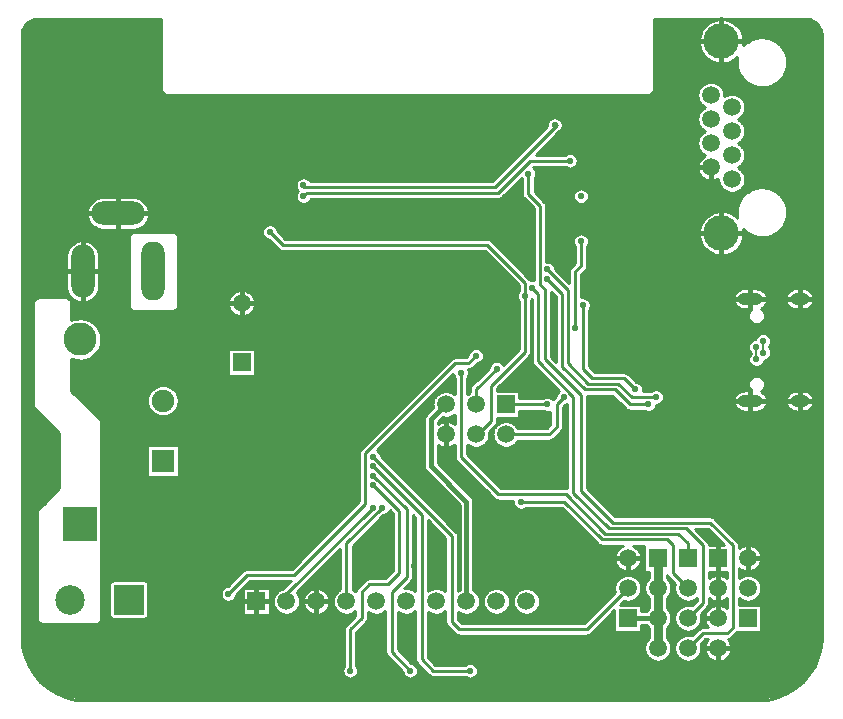
<source format=gbr>
G04 DipTrace 3.3.1.3*
G04 Bottom.gbr*
%MOIN*%
G04 #@! TF.FileFunction,Copper,L2,Bot*
G04 #@! TF.Part,Single*
%AMOUTLINE0*
4,1,4,
0.055118,0.055118,
0.055118,-0.055118,
-0.055118,-0.055118,
-0.055118,0.055118,
0.055118,0.055118,
0*%
%AMOUTLINE3*
4,1,4,
0.049213,-0.049213,
-0.049213,-0.049213,
-0.049213,0.049213,
0.049213,0.049213,
0.049213,-0.049213,
0*%
%AMOUTLINE12*
4,1,16,
-0.011811,0.019685,
-0.020352,0.017736,
-0.027201,0.012273,
-0.031003,0.00438,
-0.031003,-0.00438,
-0.027201,-0.012273,
-0.020352,-0.017736,
-0.011811,-0.019685,
0.011811,-0.019685,
0.020352,-0.017736,
0.027201,-0.012273,
0.031003,-0.00438,
0.031003,0.00438,
0.027201,0.012273,
0.020352,0.017736,
0.011811,0.019685,
-0.011811,0.019685,
0*%
%AMOUTLINE15*
4,1,16,
-0.021654,0.019685,
-0.030195,0.017736,
-0.037044,0.012273,
-0.040845,0.00438,
-0.040845,-0.00438,
-0.037044,-0.012273,
-0.030195,-0.017736,
-0.021654,-0.019685,
0.021654,-0.019685,
0.030195,-0.017736,
0.037044,-0.012273,
0.040845,-0.00438,
0.040845,0.00438,
0.037044,0.012273,
0.030195,0.017736,
0.021654,0.019685,
-0.021654,0.019685,
0*%
G04 #@! TA.AperFunction,CopperBalancing*
%ADD10C,0.01*%
G04 #@! TA.AperFunction,Conductor*
%ADD11C,0.006*%
G04 #@! TA.AperFunction,CopperBalancing*
%ADD14C,0.015*%
G04 #@! TA.AperFunction,Conductor*
%ADD20C,0.03*%
G04 #@! TA.AperFunction,ComponentPad*
%ADD25R,0.059055X0.059055*%
%ADD26C,0.059055*%
%ADD30R,0.074803X0.074803*%
%ADD31C,0.074803*%
%ADD34C,0.110236*%
%ADD38O,0.07874X0.19685*%
%ADD39O,0.07874X0.177165*%
%ADD40O,0.177165X0.07874*%
%ADD41C,0.098425*%
%ADD43C,0.11811*%
G04 #@! TA.AperFunction,ViaPad*
%ADD57C,0.022*%
G04 #@! TA.AperFunction,ComponentPad*
%ADD130OUTLINE0*%
%ADD133OUTLINE3*%
%ADD142OUTLINE12*%
%ADD145OUTLINE15*%
%FSLAX26Y26*%
G04*
G70*
G90*
G75*
G01*
G04 Bottom*
%LPD*%
X912000Y356000D2*
D10*
Y380749D1*
X1200000Y668749D1*
X968751Y1706249D2*
X981251Y1718749D1*
X1618749D1*
X1725000Y1825000D1*
X1856249D1*
X968751Y1743751D2*
Y1737500D1*
X1606251D1*
X1812501Y1943751D1*
X1806249D1*
X1706251Y1375000D2*
Y1187501D1*
X1593749Y1075000D1*
Y956249D1*
X1543751Y906251D1*
Y912500D1*
X856251Y1587500D2*
X900000Y1543751D1*
X1581249D1*
X1706251Y1418749D1*
Y1375000D1*
X1781251Y1012500D2*
X1643751D1*
X1837500Y1037500D2*
X1812500Y1012500D1*
Y937500D1*
X1787500Y912500D1*
X1643751D1*
X2050000Y400000D2*
X1912500Y262500D1*
X1487500D1*
X1462500Y287500D1*
Y575000D1*
X1200000Y837500D1*
X1612500Y1131249D2*
X1543751Y1062500D1*
Y1012500D1*
X1493751Y1118749D2*
X1493749D1*
Y837501D1*
X1618751Y712500D1*
X1843749D1*
X1975000Y581249D1*
X2218751D1*
X2250000Y550000D1*
Y500000D1*
Y300000D2*
X2300000Y350000D1*
Y543749D1*
X2243749Y600000D1*
X1987501D1*
X1868751Y718751D1*
Y1037500D1*
X1750000Y1156251D1*
Y1381251D1*
X1731251Y1400000D1*
X1693749Y687500D2*
X1837500D1*
X1962500Y562500D1*
X2181251D1*
X2200000Y543751D1*
Y450000D1*
X2250000Y400000D1*
Y200000D2*
X2300000Y250000D1*
X2381251D1*
X2400000Y268749D1*
Y543749D1*
X2325000Y618749D1*
X2000000D1*
X1893749Y725000D1*
Y1043751D1*
X1775000Y1162500D1*
Y1393749D1*
X1756249Y1412500D1*
Y1675001D1*
X1718751Y1712500D1*
Y1781249D1*
X1875000Y1268749D2*
Y1456249D1*
X1893751Y1475000D1*
Y1556251D1*
X2075000Y1062500D2*
X2037500Y1100000D1*
X1931251D1*
X1900000Y1131251D1*
Y1343751D1*
X1112000Y356000D2*
Y549500D1*
X1231249Y668749D1*
X1781251Y1431251D2*
X1831249Y1381252D1*
Y1137500D1*
X1906249Y1062500D1*
X2006249D1*
X2056249Y1012500D1*
X2118751D1*
X1781251Y1462500D2*
X1850000Y1393751D1*
Y1150000D1*
X1918751Y1081249D1*
X2018751D1*
X2062500Y1037500D1*
X2143751D1*
X718751Y381249D2*
X781252Y443751D1*
X937501D1*
X1175000Y681249D1*
Y850000D1*
X1475000Y1150000D1*
X1518751D1*
X1543751Y1175000D1*
X2478126Y1162500D2*
D11*
Y1204291D1*
X2477424Y1204993D1*
X2501201Y1225000D2*
Y1184375D1*
X2150000Y500000D2*
D20*
Y400000D1*
Y300000D1*
Y200000D1*
Y300000D2*
D14*
X2050000D1*
X1512000Y356000D2*
Y688000D1*
X1393749Y806251D1*
Y962499D1*
X1443751Y1012500D1*
X1325000Y125000D2*
D10*
X1262500Y187500D1*
Y387500D1*
X1312500Y437500D1*
Y662500D1*
X1200000Y775000D1*
X1125000Y125000D2*
Y262500D1*
X1162500Y300000D1*
Y387500D1*
X1187500Y412500D1*
X1250000D1*
X1287500Y450000D1*
Y656251D1*
X1200000Y743751D1*
X1525000Y125000D2*
X1400000D1*
X1362500Y162500D1*
Y643751D1*
X1200000Y806251D1*
D57*
X2477424Y1204993D3*
X2501201Y1184375D3*
X2478126Y1162500D3*
X2501201Y1225000D3*
X2056251Y2037500D3*
X2137500Y1812500D3*
X2025000Y1925000D3*
X1837500Y1037500D3*
X2075000Y1062500D3*
X1893751Y1706251D3*
X1900000Y1343751D3*
X800000Y850000D3*
Y881249D3*
Y912500D3*
Y943751D3*
X887500Y587500D3*
X825000D3*
X906251Y637500D3*
X950000Y700000D3*
X906251Y762500D3*
X1543751Y1175000D3*
X893751Y900000D3*
X1256251Y600000D3*
Y562500D3*
Y525000D3*
X718751Y381249D3*
X1137500Y725000D3*
X1356249Y943751D3*
X1337500Y475000D3*
X1087500Y687500D3*
X1137500D3*
X575000Y1900000D3*
X731249Y2018749D3*
X837500Y2037500D3*
X2250000Y1300000D3*
X2212500Y1143749D3*
X2225000Y1437500D3*
X2087500D3*
X2062500Y1193749D3*
X2018751Y1243749D3*
Y1193749D3*
Y1150000D3*
X1968749Y1193749D3*
X2225000Y1337500D3*
X1418751Y162500D3*
X1618749D3*
X1218751D3*
X2156251Y1168749D3*
X1200000Y806251D3*
X2187500Y1887500D3*
X217765Y2192102D3*
X250000Y1943749D3*
X1750000Y1725000D3*
X875000Y2000000D3*
X2550000Y800000D3*
X2600000D3*
X2075000Y968749D3*
X2125000Y643749D3*
X2406249Y862500D3*
X1875000Y1268749D3*
X1893751Y1556251D3*
X1706251Y1375000D3*
X1612500Y1131249D3*
X923867Y1048867D3*
X968751Y1743751D3*
Y1706249D3*
X1806249Y1943751D3*
X1856249Y1825000D3*
X856251Y1587500D3*
X873867Y992618D3*
X2187500Y1612500D3*
X1781251Y1012500D3*
X1200000Y775000D3*
Y743751D3*
X1125000Y125000D3*
X1325000D3*
X1525000D3*
X1200000Y668749D3*
X1231249D3*
X2118751Y1012500D3*
X2143751Y1037500D3*
X1781251Y1462500D3*
Y1431251D3*
X1062500Y1331251D3*
Y1237500D3*
X1700000Y2000000D3*
X1600000D3*
X1200000Y837500D3*
X1693749Y687500D3*
X1493751Y1118749D3*
X1781249Y1056249D3*
X1731251Y1400000D3*
X1718751Y1781249D3*
X1668751Y787500D3*
X1687500Y1106249D3*
X1806249Y1218751D3*
X1793751Y1543751D3*
X1850000D3*
X1950000Y1443751D3*
X1862500Y1775000D3*
X862500Y1856249D3*
X981249Y2000000D3*
X1725000Y1537500D3*
X75000Y2275000D3*
X50000Y1950000D3*
X43749Y1650000D3*
Y1475000D3*
Y1000000D3*
Y750000D3*
X50000Y450000D3*
Y200000D3*
X475000Y2275000D3*
Y2100000D3*
X600000Y2025000D3*
X337500Y1412500D3*
X200000Y50000D3*
X500000D3*
X762500D3*
X1075000D3*
X1400000D3*
X1700000D3*
X2000000D3*
X2300000D3*
X2550000D3*
X2675000Y250000D3*
Y550000D3*
X1100000Y2000000D3*
X2675000Y1150000D3*
Y1450000D3*
Y1750000D3*
Y2050000D3*
Y2250000D3*
X1225000Y2000000D3*
X1350000D3*
X1475000D3*
X1825000Y825000D3*
X2375000Y1350000D3*
Y1025000D3*
X2325000D3*
X1300000Y275000D3*
X1550000Y300000D3*
X2175000Y2275000D3*
X1300000Y825000D3*
X1587500Y475000D3*
X2512500Y2037500D3*
X1425000Y700000D3*
X1400000Y556251D3*
X53973Y2289049D2*
D10*
X494004D1*
X2137254D2*
X2326816D1*
X2397098D2*
X2671035D1*
X43172Y2279180D2*
X494004D1*
X2137254D2*
X2312226D1*
X2411687D2*
X2681836D1*
X36531Y2269311D2*
X494004D1*
X2137254D2*
X2302754D1*
X2421160D2*
X2688476D1*
X32430Y2259442D2*
X494004D1*
X2137254D2*
X2296094D1*
X2427820D2*
X2692558D1*
X31023Y2249574D2*
X494004D1*
X2137254D2*
X2291445D1*
X2432469D2*
X2693984D1*
X30242Y2239705D2*
X494004D1*
X2137254D2*
X2288437D1*
X2435496D2*
X2694765D1*
X30242Y2229836D2*
X494004D1*
X2137254D2*
X2286836D1*
X2437098D2*
X2462383D1*
X2531629D2*
X2694765D1*
X30242Y2219967D2*
X494004D1*
X2137254D2*
X2286562D1*
X2437351D2*
X2445508D1*
X2548504D2*
X2694765D1*
X30242Y2210098D2*
X494004D1*
X2137254D2*
X2287617D1*
X2559441D2*
X2694765D1*
X30242Y2200230D2*
X494004D1*
X2137254D2*
X2290039D1*
X2567312D2*
X2694765D1*
X30242Y2190361D2*
X494004D1*
X2137254D2*
X2293984D1*
X2573094D2*
X2694765D1*
X30242Y2180492D2*
X494004D1*
X2137254D2*
X2299746D1*
X2577234D2*
X2694765D1*
X30242Y2170623D2*
X494004D1*
X2137254D2*
X2307930D1*
X2580008D2*
X2694765D1*
X30242Y2160755D2*
X494004D1*
X2137254D2*
X2319922D1*
X2403992D2*
X2412480D1*
X2581512D2*
X2694765D1*
X30242Y2150886D2*
X494004D1*
X2137254D2*
X2341992D1*
X2381941D2*
X2412148D1*
X2581844D2*
X2694765D1*
X30242Y2141017D2*
X494004D1*
X2137254D2*
X2412988D1*
X2581004D2*
X2694765D1*
X30242Y2131148D2*
X494004D1*
X2137254D2*
X2415019D1*
X2578973D2*
X2694765D1*
X30242Y2121280D2*
X494004D1*
X2137254D2*
X2418359D1*
X2575633D2*
X2694765D1*
X30242Y2111411D2*
X494004D1*
X2137254D2*
X2423164D1*
X2570828D2*
X2694765D1*
X30242Y2101542D2*
X494004D1*
X2137254D2*
X2429765D1*
X2564226D2*
X2694765D1*
X30242Y2091673D2*
X494004D1*
X2137254D2*
X2438789D1*
X2555223D2*
X2694765D1*
X30242Y2081804D2*
X494004D1*
X2137254D2*
X2302363D1*
X2351492D2*
X2451660D1*
X2542332D2*
X2694765D1*
X30242Y2071936D2*
X494004D1*
X2137254D2*
X2291094D1*
X2362742D2*
X2474492D1*
X2519519D2*
X2694765D1*
X30242Y2062067D2*
X494004D1*
X2137254D2*
X2284980D1*
X2368855D2*
X2694765D1*
X30242Y2052198D2*
X497363D1*
X2133894D2*
X2281836D1*
X2372000D2*
X2694765D1*
X30242Y2042329D2*
X2281015D1*
X2420418D2*
X2694765D1*
X30242Y2032461D2*
X2282383D1*
X2432254D2*
X2694765D1*
X30242Y2022592D2*
X2286191D1*
X2438621D2*
X2694765D1*
X30242Y2012723D2*
X2293242D1*
X2441941D2*
X2694765D1*
X30242Y2002854D2*
X2304726D1*
X2442918D2*
X2694765D1*
X30242Y1992986D2*
X2292246D1*
X2441707D2*
X2694765D1*
X30242Y1983117D2*
X2285625D1*
X2438094D2*
X2694765D1*
X30242Y1973248D2*
X2282129D1*
X2431316D2*
X2694765D1*
X30242Y1963379D2*
X1787598D1*
X1824910D2*
X2280996D1*
X2418426D2*
X2694765D1*
X30242Y1953511D2*
X1780723D1*
X1831785D2*
X2282051D1*
X2431043D2*
X2694765D1*
X30242Y1943642D2*
X1778848D1*
X1833894D2*
X2285488D1*
X2437937D2*
X2694765D1*
X30242Y1933773D2*
X1772676D1*
X1831687D2*
X2292012D1*
X2441629D2*
X2694765D1*
X30242Y1923904D2*
X1762812D1*
X1824656D2*
X2304199D1*
X2442918D2*
X2694765D1*
X30242Y1914035D2*
X1752930D1*
X1812644D2*
X2293515D1*
X2442000D2*
X2694765D1*
X30242Y1904167D2*
X1743066D1*
X1802762D2*
X2286328D1*
X2438758D2*
X2694765D1*
X30242Y1894298D2*
X1733203D1*
X1792898D2*
X2282461D1*
X2432508D2*
X2694765D1*
X30242Y1884429D2*
X1723320D1*
X1783035D2*
X2281015D1*
X2420906D2*
X2694765D1*
X30242Y1874560D2*
X1713457D1*
X1773152D2*
X2281777D1*
X2429734D2*
X2694765D1*
X30242Y1864692D2*
X1703594D1*
X1763289D2*
X2284863D1*
X2437215D2*
X2694765D1*
X30242Y1854823D2*
X1693730D1*
X1753426D2*
X2290859D1*
X2441277D2*
X2694765D1*
X30242Y1844954D2*
X1683848D1*
X1874539D2*
X2301894D1*
X2442879D2*
X2694765D1*
X30242Y1835085D2*
X1673984D1*
X1881648D2*
X2294883D1*
X2442273D2*
X2694765D1*
X30242Y1825217D2*
X1664121D1*
X1883640D2*
X2287090D1*
X2439363D2*
X2694765D1*
X30242Y1815348D2*
X1654258D1*
X1881824D2*
X2282832D1*
X2433601D2*
X2694765D1*
X30242Y1805479D2*
X1644375D1*
X1875027D2*
X2281094D1*
X2423074D2*
X2694765D1*
X30242Y1795610D2*
X1634512D1*
X1741902D2*
X2281543D1*
X2428308D2*
X2694765D1*
X30242Y1785741D2*
X1624648D1*
X1745769D2*
X2284277D1*
X2436414D2*
X2694765D1*
X30242Y1775873D2*
X1614765D1*
X1745594D2*
X2289805D1*
X2440867D2*
X2694765D1*
X30242Y1766004D2*
X953555D1*
X983953D2*
X1604902D1*
X1741297D2*
X2299863D1*
X2442781D2*
X2694765D1*
X30242Y1756135D2*
X944433D1*
X1685984D2*
X1697344D1*
X1740144D2*
X2351523D1*
X2442488D2*
X2694765D1*
X30242Y1746266D2*
X941465D1*
X1676121D2*
X1697344D1*
X1740144D2*
X2354082D1*
X2439910D2*
X2694765D1*
X30242Y1736398D2*
X942402D1*
X1666238D2*
X1697344D1*
X1740144D2*
X2359394D1*
X2434598D2*
X2487090D1*
X2506902D2*
X2694765D1*
X30242Y1726529D2*
X947734D1*
X1656375D2*
X1697344D1*
X1740144D2*
X1875840D1*
X1911648D2*
X2369023D1*
X2424988D2*
X2455644D1*
X2538348D2*
X2694765D1*
X30242Y1716660D2*
X943496D1*
X1646512D2*
X1697344D1*
X1744441D2*
X1868496D1*
X1919012D2*
X2441387D1*
X2552605D2*
X2694765D1*
X30242Y1706791D2*
X941348D1*
X1636648D2*
X1698164D1*
X1754305D2*
X1866348D1*
X1921140D2*
X2431640D1*
X2562351D2*
X2694765D1*
X30242Y1696923D2*
X273613D1*
X427664D2*
X943047D1*
X994441D2*
X1704473D1*
X1764187D2*
X1868047D1*
X1919441D2*
X2424551D1*
X2569441D2*
X2694765D1*
X30242Y1687054D2*
X260879D1*
X440398D2*
X949629D1*
X987879D2*
X1714355D1*
X1773699D2*
X1874629D1*
X1912879D2*
X2419355D1*
X2574656D2*
X2694765D1*
X30242Y1677185D2*
X253359D1*
X447918D2*
X1724219D1*
X1777527D2*
X2415683D1*
X2578308D2*
X2694765D1*
X30242Y1667316D2*
X248750D1*
X452527D2*
X1734082D1*
X1777644D2*
X2413359D1*
X2580633D2*
X2694765D1*
X30242Y1657448D2*
X246289D1*
X454988D2*
X1734844D1*
X1777644D2*
X2356640D1*
X2367293D2*
X2412246D1*
X2581746D2*
X2694765D1*
X30242Y1647579D2*
X245683D1*
X455594D2*
X1734844D1*
X1777644D2*
X2323691D1*
X2400223D2*
X2412305D1*
X2581687D2*
X2694765D1*
X30242Y1637710D2*
X246875D1*
X454402D2*
X1734844D1*
X1777644D2*
X2310332D1*
X2580457D2*
X2694765D1*
X30242Y1627841D2*
X249980D1*
X451297D2*
X1734844D1*
X1777644D2*
X2301426D1*
X2578015D2*
X2694765D1*
X30242Y1617972D2*
X255410D1*
X445867D2*
X1734844D1*
X1777644D2*
X2295176D1*
X2574207D2*
X2694765D1*
X30242Y1608104D2*
X264180D1*
X437098D2*
X838750D1*
X873758D2*
X1734844D1*
X1777644D2*
X2290820D1*
X2568836D2*
X2694765D1*
X30242Y1598235D2*
X280273D1*
X421004D2*
X831133D1*
X881375D2*
X1734844D1*
X1777644D2*
X2288047D1*
X2561531D2*
X2694765D1*
X30242Y1588366D2*
X401348D1*
X536160D2*
X828867D1*
X885242D2*
X1734844D1*
X1777644D2*
X2286699D1*
X2437234D2*
X2442561D1*
X2551453D2*
X2694765D1*
X30242Y1578497D2*
X387793D1*
X549715D2*
X830430D1*
X895105D2*
X1734844D1*
X1777644D2*
X1878535D1*
X1908973D2*
X2286640D1*
X2437273D2*
X2457480D1*
X2536512D2*
X2694765D1*
X30242Y1568629D2*
X385254D1*
X552254D2*
X836797D1*
X904969D2*
X1734844D1*
X1777644D2*
X1869433D1*
X1918074D2*
X2287930D1*
X2435984D2*
X2694765D1*
X30242Y1558760D2*
X218906D1*
X246140D2*
X385254D1*
X552254D2*
X855137D1*
X1596062D2*
X1734844D1*
X1777644D2*
X1866465D1*
X1921023D2*
X2290605D1*
X2433328D2*
X2694765D1*
X30242Y1548891D2*
X198164D1*
X266902D2*
X385254D1*
X552254D2*
X865000D1*
X1605965D2*
X1734844D1*
X1777644D2*
X1867402D1*
X1920105D2*
X2294844D1*
X2429090D2*
X2694765D1*
X30242Y1539022D2*
X188242D1*
X276805D2*
X385254D1*
X552254D2*
X874883D1*
X1615828D2*
X1734844D1*
X1777644D2*
X1872344D1*
X1915144D2*
X2300976D1*
X2422957D2*
X2694765D1*
X30242Y1529154D2*
X182148D1*
X282918D2*
X385254D1*
X552254D2*
X884746D1*
X1625691D2*
X1734844D1*
X1777644D2*
X1872344D1*
X1915144D2*
X2309668D1*
X2414265D2*
X2694765D1*
X30242Y1519285D2*
X178535D1*
X286531D2*
X385254D1*
X552254D2*
X1575859D1*
X1635574D2*
X1734844D1*
X1777644D2*
X1872344D1*
X1915144D2*
X2322637D1*
X2401277D2*
X2694765D1*
X30242Y1509416D2*
X176894D1*
X288152D2*
X385254D1*
X552254D2*
X1585742D1*
X1645437D2*
X1734844D1*
X1777644D2*
X1872344D1*
X1915144D2*
X2350390D1*
X2373523D2*
X2694765D1*
X30242Y1499547D2*
X176758D1*
X288308D2*
X385254D1*
X552254D2*
X1595605D1*
X1655301D2*
X1734844D1*
X1777644D2*
X1872344D1*
X1915144D2*
X2694765D1*
X30242Y1489678D2*
X176758D1*
X288308D2*
X385254D1*
X552254D2*
X1605469D1*
X1665164D2*
X1734844D1*
X1777644D2*
X1872344D1*
X1915144D2*
X2694765D1*
X30242Y1479810D2*
X176758D1*
X288308D2*
X385254D1*
X552254D2*
X1615332D1*
X1675047D2*
X1734844D1*
X1802176D2*
X1868711D1*
X1915144D2*
X2694765D1*
X30242Y1469941D2*
X176758D1*
X288308D2*
X385254D1*
X552254D2*
X1625215D1*
X1684910D2*
X1734844D1*
X1807586D2*
X1858887D1*
X1914519D2*
X2694765D1*
X30242Y1460072D2*
X176758D1*
X288308D2*
X385254D1*
X552254D2*
X1635078D1*
X1694773D2*
X1734844D1*
X1813523D2*
X1853965D1*
X1908680D2*
X2694765D1*
X30242Y1450203D2*
X176758D1*
X288308D2*
X385254D1*
X552254D2*
X1644941D1*
X1704656D2*
X1734844D1*
X1823406D2*
X1853594D1*
X1898797D2*
X2694765D1*
X30242Y1440335D2*
X176758D1*
X288308D2*
X385254D1*
X552254D2*
X1654824D1*
X1714519D2*
X1734844D1*
X1833269D2*
X1853594D1*
X1896394D2*
X2694765D1*
X30242Y1430466D2*
X176758D1*
X288308D2*
X385254D1*
X552254D2*
X1664687D1*
X1723953D2*
X1734844D1*
X1843133D2*
X1853594D1*
X1896394D2*
X2694765D1*
X30242Y1420597D2*
X176758D1*
X288308D2*
X385254D1*
X552254D2*
X1674551D1*
X1896394D2*
X2694765D1*
X30242Y1410728D2*
X176758D1*
X288308D2*
X385254D1*
X552254D2*
X1684414D1*
X1896394D2*
X2694765D1*
X30242Y1400860D2*
X177109D1*
X287957D2*
X385254D1*
X552254D2*
X1684844D1*
X1896394D2*
X2694765D1*
X30242Y1390991D2*
X179160D1*
X285887D2*
X385254D1*
X552254D2*
X743105D1*
X781883D2*
X1684238D1*
X1896394D2*
X2413789D1*
X2502566D2*
X2588203D1*
X2657293D2*
X2694765D1*
X30242Y1381122D2*
X183281D1*
X281785D2*
X385254D1*
X552254D2*
X729101D1*
X795906D2*
X1679570D1*
X1796394D2*
X1801523D1*
X1896394D2*
X2405351D1*
X2511023D2*
X2579746D1*
X2665750D2*
X2694765D1*
X30242Y1371253D2*
X190058D1*
X274988D2*
X385254D1*
X552254D2*
X721914D1*
X803074D2*
X1679121D1*
X1796394D2*
X1809844D1*
X1896394D2*
X2401191D1*
X2515164D2*
X2575605D1*
X2669890D2*
X2694765D1*
X30242Y1361385D2*
X70058D1*
X192449D2*
X201269D1*
X263777D2*
X385254D1*
X552254D2*
X718047D1*
X806961D2*
X1682637D1*
X1796394D2*
X1809844D1*
X1920652D2*
X2400937D1*
X2515418D2*
X2575351D1*
X2670144D2*
X2694765D1*
X30242Y1351516D2*
X66562D1*
X195945D2*
X385254D1*
X552254D2*
X716601D1*
X808406D2*
X1684844D1*
X1796394D2*
X1809844D1*
X1926238D2*
X2403183D1*
X2513172D2*
X2577598D1*
X2667898D2*
X2694765D1*
X30242Y1341647D2*
X66504D1*
X196004D2*
X385351D1*
X552137D2*
X717363D1*
X807644D2*
X1684844D1*
X1796394D2*
X1809844D1*
X1927312D2*
X2408555D1*
X2507801D2*
X2582969D1*
X2662527D2*
X2694765D1*
X30242Y1331778D2*
X66504D1*
X196004D2*
X389238D1*
X548269D2*
X720430D1*
X804558D2*
X1684844D1*
X1796394D2*
X1809844D1*
X1924519D2*
X2421992D1*
X2494851D2*
X2596387D1*
X2649109D2*
X2694765D1*
X30242Y1321909D2*
X66504D1*
X196004D2*
X726445D1*
X798562D2*
X1684844D1*
X1796394D2*
X1809844D1*
X1921394D2*
X2453652D1*
X2504441D2*
X2694765D1*
X30242Y1312041D2*
X66504D1*
X196004D2*
X737461D1*
X787527D2*
X1684844D1*
X1796394D2*
X1809844D1*
X1921394D2*
X2450176D1*
X2507918D2*
X2694765D1*
X30242Y1302172D2*
X66504D1*
X196004D2*
X1684844D1*
X1796394D2*
X1809844D1*
X1921394D2*
X2450410D1*
X2507683D2*
X2694765D1*
X30242Y1292303D2*
X66504D1*
X257547D2*
X1684844D1*
X1796394D2*
X1809844D1*
X1921394D2*
X2454473D1*
X2503621D2*
X2694765D1*
X30242Y1282434D2*
X66504D1*
X272293D2*
X1684844D1*
X1796394D2*
X1809844D1*
X1921394D2*
X2465703D1*
X2492410D2*
X2694765D1*
X30242Y1272566D2*
X66504D1*
X281629D2*
X1684844D1*
X1796394D2*
X1809844D1*
X1921394D2*
X2694765D1*
X30242Y1262697D2*
X66504D1*
X288074D2*
X1684844D1*
X1796394D2*
X1809844D1*
X1921394D2*
X2694765D1*
X30242Y1252828D2*
X66504D1*
X292449D2*
X1684844D1*
X1796394D2*
X1809844D1*
X1921394D2*
X2694765D1*
X30242Y1242959D2*
X66504D1*
X295164D2*
X1684844D1*
X1796394D2*
X1809844D1*
X1921394D2*
X2480859D1*
X2521551D2*
X2694765D1*
X30242Y1233091D2*
X66504D1*
X296414D2*
X1684844D1*
X1796394D2*
X1809844D1*
X1921394D2*
X2475078D1*
X2527332D2*
X2694765D1*
X30242Y1223222D2*
X66504D1*
X296258D2*
X1684844D1*
X1796394D2*
X1809844D1*
X1921394D2*
X2457324D1*
X2528543D2*
X2694765D1*
X30242Y1213353D2*
X66504D1*
X294715D2*
X1684844D1*
X1796394D2*
X1809844D1*
X1921394D2*
X2451387D1*
X2525887D2*
X2694765D1*
X30242Y1203484D2*
X66504D1*
X291648D2*
X1684844D1*
X1796394D2*
X1809844D1*
X1921394D2*
X2450058D1*
X2520594D2*
X2694765D1*
X30242Y1193615D2*
X66504D1*
X286863D2*
X716582D1*
X808426D2*
X1524023D1*
X1563465D2*
X1682519D1*
X1796394D2*
X1809844D1*
X1921394D2*
X2452598D1*
X2526922D2*
X2694765D1*
X30242Y1183747D2*
X66504D1*
X279890D2*
X716582D1*
X808426D2*
X1517851D1*
X1569656D2*
X1672637D1*
X1796394D2*
X1809844D1*
X1921394D2*
X2458730D1*
X2528601D2*
X2694765D1*
X30242Y1173878D2*
X66504D1*
X269695D2*
X716582D1*
X808426D2*
X1512773D1*
X1571121D2*
X1662773D1*
X1722430D2*
X1728594D1*
X1796394D2*
X1809844D1*
X1921394D2*
X2453301D1*
X2526433D2*
X2694765D1*
X30242Y1164009D2*
X66504D1*
X252801D2*
X716582D1*
X808426D2*
X1459160D1*
X1568758D2*
X1652910D1*
X1712605D2*
X1728594D1*
X1803348D2*
X1809844D1*
X1921394D2*
X2450762D1*
X2518992D2*
X2694765D1*
X30242Y1154140D2*
X66504D1*
X196004D2*
X716582D1*
X808426D2*
X1449297D1*
X1560926D2*
X1598340D1*
X1626648D2*
X1643047D1*
X1702742D2*
X1728711D1*
X1921394D2*
X2452090D1*
X2504168D2*
X2694765D1*
X30242Y1144272D2*
X66504D1*
X196004D2*
X716582D1*
X808426D2*
X1439414D1*
X1542879D2*
X1588535D1*
X1692879D2*
X1732480D1*
X1921394D2*
X2458027D1*
X2498230D2*
X2694765D1*
X30242Y1134403D2*
X66504D1*
X196004D2*
X716582D1*
X808426D2*
X1429551D1*
X1532898D2*
X1585293D1*
X1682996D2*
X1741992D1*
X1926707D2*
X2694765D1*
X30242Y1124534D2*
X66504D1*
X196004D2*
X716582D1*
X808426D2*
X1419687D1*
X1520515D2*
X1575937D1*
X1673133D2*
X1751875D1*
X1936570D2*
X2694765D1*
X30242Y1114665D2*
X66504D1*
X196004D2*
X716582D1*
X808426D2*
X1409824D1*
X1520828D2*
X1566074D1*
X1663269D2*
X1761738D1*
X2052683D2*
X2694765D1*
X30242Y1104797D2*
X66504D1*
X196004D2*
X1399941D1*
X1459656D2*
X1470332D1*
X1517156D2*
X1556191D1*
X1653387D2*
X1771601D1*
X2062547D2*
X2464238D1*
X2493875D2*
X2694765D1*
X30242Y1094928D2*
X66504D1*
X196004D2*
X1390078D1*
X1449773D2*
X1472344D1*
X1515144D2*
X1546328D1*
X1643523D2*
X1781465D1*
X2072430D2*
X2453984D1*
X2504109D2*
X2694765D1*
X30242Y1085059D2*
X66504D1*
X196004D2*
X1380215D1*
X1439910D2*
X1472344D1*
X1515144D2*
X1536465D1*
X1633660D2*
X1791348D1*
X2089715D2*
X2450273D1*
X2507820D2*
X2694765D1*
X30242Y1075190D2*
X66504D1*
X196004D2*
X482598D1*
X517390D2*
X1370332D1*
X1430047D2*
X1472344D1*
X1515144D2*
X1526777D1*
X1623797D2*
X1801211D1*
X2099148D2*
X2450312D1*
X2507801D2*
X2694765D1*
X30242Y1065322D2*
X66504D1*
X196004D2*
X464902D1*
X535086D2*
X1360469D1*
X1420164D2*
X1472344D1*
X1515144D2*
X1522539D1*
X1615144D2*
X1811074D1*
X2102254D2*
X2454121D1*
X2503992D2*
X2694765D1*
X30242Y1055453D2*
X66504D1*
X198836D2*
X455859D1*
X544129D2*
X1350605D1*
X1410301D2*
X1429570D1*
X1457918D2*
X1472344D1*
X1515144D2*
X1522344D1*
X1689676D2*
X1817148D1*
X2164109D2*
X2420137D1*
X2496219D2*
X2594551D1*
X2650945D2*
X2694765D1*
X30242Y1045584D2*
X66504D1*
X208699D2*
X450371D1*
X549617D2*
X1340742D1*
X1400437D2*
X1412363D1*
X1689676D2*
X1811367D1*
X2169890D2*
X2407930D1*
X2508426D2*
X2582344D1*
X2663152D2*
X2694765D1*
X30242Y1035715D2*
X66504D1*
X218562D2*
X447305D1*
X552703D2*
X1330859D1*
X1390574D2*
X1404277D1*
X1689676D2*
X1767676D1*
X1794812D2*
X1805859D1*
X1915144D2*
X2003183D1*
X2171082D2*
X2402812D1*
X2513543D2*
X2577226D1*
X2668269D2*
X2694765D1*
X30242Y1025846D2*
X66504D1*
X228445D2*
X446211D1*
X553797D2*
X1320996D1*
X1380691D2*
X1399844D1*
X1915144D2*
X2013047D1*
X2168445D2*
X2400937D1*
X2515418D2*
X2575351D1*
X2670144D2*
X2694765D1*
X30242Y1015978D2*
X66504D1*
X238308D2*
X446973D1*
X553015D2*
X1311133D1*
X1370828D2*
X1397949D1*
X1915144D2*
X2022930D1*
X2160047D2*
X2401348D1*
X2515008D2*
X2575762D1*
X2669734D2*
X2694765D1*
X30242Y1006109D2*
X67539D1*
X248172D2*
X449687D1*
X550301D2*
X1301250D1*
X1360965D2*
X1398281D1*
X1835965D2*
X1847344D1*
X1915144D2*
X2032793D1*
X2145359D2*
X2405723D1*
X2510652D2*
X2580117D1*
X2665379D2*
X2694765D1*
X30242Y996240D2*
X74473D1*
X258035D2*
X454726D1*
X545281D2*
X1291387D1*
X1351082D2*
X1394101D1*
X1833894D2*
X1847344D1*
X1915144D2*
X2042930D1*
X2140555D2*
X2414765D1*
X2501609D2*
X2589160D1*
X2656336D2*
X2694765D1*
X30242Y986371D2*
X84336D1*
X267918D2*
X463008D1*
X537000D2*
X1281523D1*
X1341219D2*
X1384238D1*
X1689676D2*
X1776484D1*
X1786023D2*
X1791092D1*
X1833894D2*
X1847344D1*
X1915144D2*
X2113984D1*
X2123516D2*
X2694765D1*
X30242Y976503D2*
X94219D1*
X277781D2*
X478125D1*
X521883D2*
X1271660D1*
X1331355D2*
X1374629D1*
X1689676D2*
X1791094D1*
X1833894D2*
X1847344D1*
X1915144D2*
X2694765D1*
X30242Y966634D2*
X104082D1*
X287644D2*
X1261777D1*
X1321492D2*
X1370234D1*
X1431277D2*
X1472344D1*
X1615144D2*
X1791094D1*
X1833894D2*
X1847344D1*
X1915144D2*
X2694765D1*
X30242Y956765D2*
X113945D1*
X294812D2*
X1251914D1*
X1311609D2*
X1369844D1*
X1421394D2*
X1435058D1*
X1452430D2*
X1472344D1*
X1615144D2*
X1635058D1*
X1652430D2*
X1791094D1*
X1833894D2*
X1847344D1*
X1915144D2*
X2694765D1*
X30242Y946896D2*
X123828D1*
X296004D2*
X1242051D1*
X1301746D2*
X1369844D1*
X1673660D2*
X1791094D1*
X1833894D2*
X1847344D1*
X1915144D2*
X2694765D1*
X30242Y937028D2*
X133691D1*
X296004D2*
X1232168D1*
X1291883D2*
X1369844D1*
X1682390D2*
X1782168D1*
X1833894D2*
X1847344D1*
X1915144D2*
X2694765D1*
X30242Y927159D2*
X143555D1*
X296004D2*
X1222305D1*
X1282000D2*
X1369844D1*
X1594500D2*
X1600273D1*
X1831082D2*
X1847344D1*
X1915144D2*
X2694765D1*
X30242Y917290D2*
X153418D1*
X296004D2*
X1212441D1*
X1272137D2*
X1369844D1*
X1589422D2*
X1598086D1*
X1822137D2*
X1847344D1*
X1915144D2*
X2694765D1*
X30242Y907421D2*
X154004D1*
X296004D2*
X1202578D1*
X1262273D2*
X1369844D1*
X1589383D2*
X1598105D1*
X1812273D2*
X1847344D1*
X1915144D2*
X2694765D1*
X30242Y897553D2*
X154004D1*
X296004D2*
X1192695D1*
X1252410D2*
X1369844D1*
X1587117D2*
X1600390D1*
X1802390D2*
X1847344D1*
X1915144D2*
X2694765D1*
X30242Y887684D2*
X154004D1*
X296004D2*
X1182832D1*
X1242527D2*
X1369844D1*
X1582195D2*
X1605293D1*
X1682195D2*
X1847344D1*
X1915144D2*
X2694765D1*
X30242Y877815D2*
X154004D1*
X296004D2*
X1172969D1*
X1232664D2*
X1369844D1*
X1573308D2*
X1614199D1*
X1673308D2*
X1847344D1*
X1915144D2*
X2694765D1*
X30242Y867946D2*
X154004D1*
X296004D2*
X446191D1*
X553797D2*
X1163105D1*
X1222801D2*
X1369844D1*
X1417644D2*
X1436973D1*
X1450535D2*
X1472344D1*
X1515144D2*
X1536973D1*
X1550535D2*
X1636973D1*
X1650535D2*
X1847344D1*
X1915144D2*
X2694765D1*
X30242Y858077D2*
X154004D1*
X296004D2*
X446191D1*
X553797D2*
X1155273D1*
X1217547D2*
X1369844D1*
X1417644D2*
X1472344D1*
X1515144D2*
X1847344D1*
X1915144D2*
X2694765D1*
X30242Y848209D2*
X154004D1*
X296004D2*
X446191D1*
X553797D2*
X1153594D1*
X1225125D2*
X1369844D1*
X1417644D2*
X1472344D1*
X1515144D2*
X1847344D1*
X1915144D2*
X2694765D1*
X30242Y838340D2*
X154004D1*
X296004D2*
X446191D1*
X553797D2*
X1153594D1*
X1229012D2*
X1369844D1*
X1417644D2*
X1472344D1*
X1522762D2*
X1847344D1*
X1915144D2*
X2694765D1*
X30242Y828471D2*
X154004D1*
X296004D2*
X446191D1*
X553797D2*
X1153594D1*
X1238875D2*
X1369844D1*
X1417644D2*
X1474453D1*
X1532625D2*
X1847344D1*
X1915144D2*
X2694765D1*
X30242Y818602D2*
X154004D1*
X296004D2*
X446191D1*
X553797D2*
X1153594D1*
X1248738D2*
X1369844D1*
X1417644D2*
X1482793D1*
X1542508D2*
X1847344D1*
X1915144D2*
X2694765D1*
X30242Y808734D2*
X154004D1*
X296004D2*
X446191D1*
X553797D2*
X1153594D1*
X1258621D2*
X1369844D1*
X1424656D2*
X1492676D1*
X1552371D2*
X1847344D1*
X1915144D2*
X2694765D1*
X30242Y798865D2*
X154004D1*
X296004D2*
X446191D1*
X553797D2*
X1153594D1*
X1268484D2*
X1371074D1*
X1434519D2*
X1502539D1*
X1562234D2*
X1847344D1*
X1915144D2*
X2694765D1*
X30242Y788996D2*
X154004D1*
X296004D2*
X446191D1*
X553797D2*
X1153594D1*
X1278348D2*
X1377617D1*
X1444383D2*
X1512402D1*
X1572098D2*
X1847344D1*
X1915144D2*
X2694765D1*
X30242Y779127D2*
X154004D1*
X296004D2*
X446191D1*
X553797D2*
X1153594D1*
X1288230D2*
X1387480D1*
X1454265D2*
X1522265D1*
X1581980D2*
X1847344D1*
X1915144D2*
X2694765D1*
X30242Y769259D2*
X154004D1*
X296004D2*
X1153594D1*
X1298094D2*
X1397363D1*
X1464129D2*
X1532148D1*
X1591844D2*
X1847344D1*
X1915144D2*
X2694765D1*
X30242Y759390D2*
X154004D1*
X296004D2*
X1153594D1*
X1307957D2*
X1407226D1*
X1473992D2*
X1542012D1*
X1601707D2*
X1847344D1*
X1915144D2*
X2694765D1*
X30242Y749521D2*
X154004D1*
X296004D2*
X1153594D1*
X1317820D2*
X1417090D1*
X1483855D2*
X1551875D1*
X1611570D2*
X1847344D1*
X1915144D2*
X2694765D1*
X30242Y739652D2*
X154004D1*
X296004D2*
X1153594D1*
X1327703D2*
X1426953D1*
X1493738D2*
X1561758D1*
X1621453D2*
X1847344D1*
X1915144D2*
X2694765D1*
X30242Y729783D2*
X150508D1*
X296004D2*
X1153594D1*
X1337566D2*
X1436836D1*
X1503601D2*
X1571621D1*
X1918816D2*
X2694765D1*
X30242Y719915D2*
X140625D1*
X296004D2*
X1153594D1*
X1347430D2*
X1446699D1*
X1513465D2*
X1581484D1*
X1928680D2*
X2694765D1*
X30242Y710046D2*
X130762D1*
X296004D2*
X1153594D1*
X1357312D2*
X1456562D1*
X1523348D2*
X1591348D1*
X1938562D2*
X2694765D1*
X30242Y700177D2*
X120898D1*
X296004D2*
X1153594D1*
X1367176D2*
X1466445D1*
X1532390D2*
X1601230D1*
X1948426D2*
X2694765D1*
X30242Y690308D2*
X111015D1*
X296004D2*
X1153594D1*
X1377039D2*
X1476308D1*
X1535789D2*
X1666504D1*
X1958289D2*
X2694765D1*
X30242Y680440D2*
X101152D1*
X296004D2*
X1144336D1*
X1386902D2*
X1486172D1*
X1535906D2*
X1667305D1*
X1968152D2*
X2694765D1*
X30242Y670571D2*
X91289D1*
X296004D2*
X1134473D1*
X1396785D2*
X1488105D1*
X1535906D2*
X1672500D1*
X1978035D2*
X2694765D1*
X30242Y660702D2*
X82109D1*
X296004D2*
X1124609D1*
X1406648D2*
X1488105D1*
X1535906D2*
X1834453D1*
X1987898D2*
X2694765D1*
X30242Y650833D2*
X79023D1*
X296004D2*
X1114726D1*
X1251648D2*
X1263066D1*
X1416512D2*
X1488105D1*
X1535906D2*
X1844316D1*
X1997762D2*
X2694765D1*
X30242Y640965D2*
X79004D1*
X296004D2*
X1104863D1*
X1233308D2*
X1266094D1*
X1426394D2*
X1488105D1*
X1535906D2*
X1854180D1*
X2007644D2*
X2694765D1*
X30242Y631096D2*
X79004D1*
X296004D2*
X1095000D1*
X1223445D2*
X1266094D1*
X1333894D2*
X1341094D1*
X1436258D2*
X1488105D1*
X1535906D2*
X1864062D1*
X2342508D2*
X2694765D1*
X30242Y621227D2*
X79004D1*
X296004D2*
X1085137D1*
X1213582D2*
X1266094D1*
X1333894D2*
X1341094D1*
X1446121D2*
X1488105D1*
X1535906D2*
X1873926D1*
X2352371D2*
X2694765D1*
X30242Y611358D2*
X79004D1*
X296004D2*
X1075254D1*
X1203699D2*
X1266094D1*
X1333894D2*
X1341094D1*
X1383894D2*
X1396289D1*
X1455984D2*
X1488105D1*
X1535906D2*
X1883789D1*
X2362234D2*
X2694765D1*
X30242Y601490D2*
X79004D1*
X296004D2*
X1065390D1*
X1193836D2*
X1266094D1*
X1333894D2*
X1341094D1*
X1383894D2*
X1406152D1*
X1465867D2*
X1488105D1*
X1535906D2*
X1893652D1*
X2372117D2*
X2694765D1*
X30242Y591621D2*
X79004D1*
X296004D2*
X1055527D1*
X1183973D2*
X1266094D1*
X1333894D2*
X1341094D1*
X1383894D2*
X1416035D1*
X1475730D2*
X1488105D1*
X1535906D2*
X1903535D1*
X2281980D2*
X2322285D1*
X2381980D2*
X2694765D1*
X30242Y581752D2*
X79004D1*
X296004D2*
X1045644D1*
X1174109D2*
X1266094D1*
X1333894D2*
X1341094D1*
X1383894D2*
X1425898D1*
X1482742D2*
X1488101D1*
X1535906D2*
X1913398D1*
X2291844D2*
X2332148D1*
X2391844D2*
X2694765D1*
X30242Y571883D2*
X79004D1*
X296004D2*
X1035781D1*
X1164226D2*
X1266094D1*
X1333894D2*
X1341094D1*
X1383894D2*
X1435762D1*
X1535906D2*
X1923262D1*
X2301707D2*
X2342012D1*
X2401707D2*
X2694765D1*
X30242Y562014D2*
X79004D1*
X296004D2*
X1025918D1*
X1154363D2*
X1266094D1*
X1333894D2*
X1341094D1*
X1383894D2*
X1441094D1*
X1535906D2*
X1933144D1*
X2311590D2*
X2351894D1*
X2411590D2*
X2694765D1*
X30242Y552146D2*
X79004D1*
X296004D2*
X1016055D1*
X1144500D2*
X1266094D1*
X1333894D2*
X1341094D1*
X1383894D2*
X1441094D1*
X1535906D2*
X1943008D1*
X2319598D2*
X2361758D1*
X2419598D2*
X2694765D1*
X30242Y542277D2*
X79004D1*
X296004D2*
X1006172D1*
X1134637D2*
X1266094D1*
X1333894D2*
X1341094D1*
X1383894D2*
X1441094D1*
X1535906D2*
X1958828D1*
X2421394D2*
X2433789D1*
X2466199D2*
X2694765D1*
X30242Y532408D2*
X79004D1*
X296004D2*
X996308D1*
X1133406D2*
X1266094D1*
X1333894D2*
X1341094D1*
X1383894D2*
X1441094D1*
X1535906D2*
X2017890D1*
X2082117D2*
X2104082D1*
X2482117D2*
X2694765D1*
X30242Y522539D2*
X79004D1*
X296004D2*
X986445D1*
X1083640D2*
X1090605D1*
X1133406D2*
X1266094D1*
X1333894D2*
X1341094D1*
X1383894D2*
X1441094D1*
X1535906D2*
X2010137D1*
X2089871D2*
X2104082D1*
X2489871D2*
X2694765D1*
X30242Y512671D2*
X79004D1*
X296004D2*
X976562D1*
X1073777D2*
X1090605D1*
X1133406D2*
X1266094D1*
X1333894D2*
X1341094D1*
X1383894D2*
X1441094D1*
X1535906D2*
X2005898D1*
X2094109D2*
X2104082D1*
X2494109D2*
X2694765D1*
X30242Y502802D2*
X79004D1*
X296004D2*
X966699D1*
X1063894D2*
X1090605D1*
X1133406D2*
X1266094D1*
X1333894D2*
X1341094D1*
X1383894D2*
X1441094D1*
X1535906D2*
X2004160D1*
X2095848D2*
X2104082D1*
X2495848D2*
X2694765D1*
X30242Y492933D2*
X79004D1*
X296004D2*
X956836D1*
X1054031D2*
X1090605D1*
X1133406D2*
X1266094D1*
X1333894D2*
X1341094D1*
X1383894D2*
X1441094D1*
X1535906D2*
X2004629D1*
X2095359D2*
X2104082D1*
X2495359D2*
X2694765D1*
X30242Y483064D2*
X79004D1*
X296004D2*
X946973D1*
X1044168D2*
X1090605D1*
X1133406D2*
X1266094D1*
X1333894D2*
X1341094D1*
X1383894D2*
X1441094D1*
X1535906D2*
X2007383D1*
X2092605D2*
X2104082D1*
X2492605D2*
X2694765D1*
X30242Y473196D2*
X79004D1*
X296004D2*
X937090D1*
X1034305D2*
X1090605D1*
X1133406D2*
X1266094D1*
X1333894D2*
X1341094D1*
X1383894D2*
X1441094D1*
X1535906D2*
X2012949D1*
X2087058D2*
X2104082D1*
X2487058D2*
X2694765D1*
X30242Y463327D2*
X79004D1*
X296004D2*
X774512D1*
X1024422D2*
X1090605D1*
X1133406D2*
X1266094D1*
X1333894D2*
X1341094D1*
X1383894D2*
X1441094D1*
X1535906D2*
X2023047D1*
X2076961D2*
X2104082D1*
X2476961D2*
X2694765D1*
X30242Y453458D2*
X79004D1*
X296004D2*
X761113D1*
X1014558D2*
X1090605D1*
X1133406D2*
X1261113D1*
X1333894D2*
X1341094D1*
X1383894D2*
X1441094D1*
X1535906D2*
X2118594D1*
X2321394D2*
X2378594D1*
X2421394D2*
X2694765D1*
X30242Y443589D2*
X79004D1*
X296004D2*
X751250D1*
X1004695D2*
X1090605D1*
X1133406D2*
X1251230D1*
X1333894D2*
X1341094D1*
X1383894D2*
X1441094D1*
X1535906D2*
X2038125D1*
X2061883D2*
X2118594D1*
X2321394D2*
X2338125D1*
X2361883D2*
X2378594D1*
X2421394D2*
X2438125D1*
X2461883D2*
X2694765D1*
X30242Y433720D2*
X79004D1*
X296004D2*
X741367D1*
X994812D2*
X1090605D1*
X1133406D2*
X1241367D1*
X1333543D2*
X1341094D1*
X1383894D2*
X1441094D1*
X1535906D2*
X2019316D1*
X2080691D2*
X2118594D1*
X2181394D2*
X2186420D1*
X2480691D2*
X2694765D1*
X30242Y423852D2*
X79004D1*
X296004D2*
X327422D1*
X445437D2*
X731504D1*
X984949D2*
X1090605D1*
X1133406D2*
X1169004D1*
X1328660D2*
X1341094D1*
X1383894D2*
X1441094D1*
X1535906D2*
X2010918D1*
X2089070D2*
X2110918D1*
X2189070D2*
X2196289D1*
X2489070D2*
X2694765D1*
X30242Y413983D2*
X79004D1*
X296004D2*
X321055D1*
X451785D2*
X721640D1*
X781336D2*
X915390D1*
X975086D2*
X1090605D1*
X1133406D2*
X1159140D1*
X1318836D2*
X1341094D1*
X1383894D2*
X1441094D1*
X1535906D2*
X2006308D1*
X2093699D2*
X2106308D1*
X2193699D2*
X2206172D1*
X2493699D2*
X2694765D1*
X30242Y404114D2*
X79004D1*
X296004D2*
X320820D1*
X452039D2*
X704551D1*
X771473D2*
X905508D1*
X965223D2*
X1090605D1*
X1133406D2*
X1149258D1*
X1308973D2*
X1341094D1*
X1383894D2*
X1441094D1*
X1535906D2*
X2004258D1*
X2095730D2*
X2104258D1*
X2195730D2*
X2204258D1*
X2495730D2*
X2694765D1*
X30242Y394245D2*
X79004D1*
X296004D2*
X320820D1*
X452039D2*
X694765D1*
X857937D2*
X887422D1*
X955340D2*
X987422D1*
X1036570D2*
X1087422D1*
X1136570D2*
X1142234D1*
X1536570D2*
X1587422D1*
X1636570D2*
X1687422D1*
X1736570D2*
X2004433D1*
X2095555D2*
X2104433D1*
X2195555D2*
X2204433D1*
X2495555D2*
X2694765D1*
X30242Y384377D2*
X79004D1*
X296004D2*
X320820D1*
X452039D2*
X691543D1*
X751726D2*
X766074D1*
X857937D2*
X876172D1*
X947840D2*
X976172D1*
X1047840D2*
X1076172D1*
X1547840D2*
X1576172D1*
X1647840D2*
X1676172D1*
X1747840D2*
X2004531D1*
X2093133D2*
X2106875D1*
X2193133D2*
X2206875D1*
X2493133D2*
X2694765D1*
X30242Y374508D2*
X79004D1*
X296004D2*
X320820D1*
X452039D2*
X692226D1*
X745281D2*
X766074D1*
X857937D2*
X870058D1*
X953933D2*
X970058D1*
X1053933D2*
X1070058D1*
X1553933D2*
X1570058D1*
X1653933D2*
X1670058D1*
X1753933D2*
X1994648D1*
X2087996D2*
X2112012D1*
X2187996D2*
X2212012D1*
X2487996D2*
X2694765D1*
X30242Y364639D2*
X79004D1*
X296004D2*
X320820D1*
X452039D2*
X697226D1*
X740262D2*
X766074D1*
X857937D2*
X866914D1*
X957098D2*
X966914D1*
X1057098D2*
X1066914D1*
X1557098D2*
X1566914D1*
X1657098D2*
X1666914D1*
X1757098D2*
X1984785D1*
X2078719D2*
X2118594D1*
X2181394D2*
X2221289D1*
X2478719D2*
X2694765D1*
X30242Y354770D2*
X79004D1*
X296004D2*
X320820D1*
X452039D2*
X766074D1*
X857937D2*
X866094D1*
X957918D2*
X966094D1*
X1057918D2*
X1066094D1*
X1557918D2*
X1566094D1*
X1657918D2*
X1666094D1*
X1757918D2*
X1974922D1*
X2034617D2*
X2118594D1*
X2181394D2*
X2274922D1*
X2321394D2*
X2378594D1*
X2421394D2*
X2694765D1*
X30242Y344902D2*
X79004D1*
X296004D2*
X320820D1*
X452039D2*
X766074D1*
X857937D2*
X867461D1*
X956531D2*
X967461D1*
X1056531D2*
X1067461D1*
X1556531D2*
X1567461D1*
X1656531D2*
X1667461D1*
X1756531D2*
X1965058D1*
X2095926D2*
X2118594D1*
X2181394D2*
X2247480D1*
X2252525D2*
X2265058D1*
X2320750D2*
X2347480D1*
X2352525D2*
X2378594D1*
X2495926D2*
X2694765D1*
X30242Y335033D2*
X79004D1*
X296004D2*
X320820D1*
X452039D2*
X766074D1*
X857937D2*
X871269D1*
X952742D2*
X971269D1*
X1052742D2*
X1071269D1*
X1552742D2*
X1571269D1*
X1652742D2*
X1671269D1*
X1752742D2*
X1955176D1*
X2095926D2*
X2118594D1*
X2181394D2*
X2220879D1*
X2314890D2*
X2320879D1*
X2495926D2*
X2694765D1*
X30242Y325164D2*
X79004D1*
X296004D2*
X320820D1*
X452039D2*
X766074D1*
X857937D2*
X878320D1*
X945672D2*
X978320D1*
X1045672D2*
X1078320D1*
X1545672D2*
X1578320D1*
X1645672D2*
X1678320D1*
X1745672D2*
X1945312D1*
X2095926D2*
X2111777D1*
X2188211D2*
X2211777D1*
X2305008D2*
X2311777D1*
X2495926D2*
X2694765D1*
X30242Y315295D2*
X79004D1*
X296004D2*
X320820D1*
X452039D2*
X766074D1*
X857937D2*
X891992D1*
X932019D2*
X991992D1*
X1032019D2*
X1091992D1*
X1132019D2*
X1141094D1*
X1183894D2*
X1191992D1*
X1232019D2*
X1241094D1*
X1283894D2*
X1291992D1*
X1332019D2*
X1341094D1*
X1383894D2*
X1391992D1*
X1432019D2*
X1441094D1*
X1483894D2*
X1491992D1*
X1532019D2*
X1591992D1*
X1632019D2*
X1691992D1*
X1732019D2*
X1935449D1*
X1995144D2*
X2004082D1*
X2193250D2*
X2206758D1*
X2295144D2*
X2306758D1*
X2495926D2*
X2694765D1*
X30242Y305427D2*
X79004D1*
X296004D2*
X322695D1*
X450164D2*
X1138086D1*
X1183894D2*
X1241094D1*
X1283894D2*
X1341094D1*
X1383894D2*
X1441094D1*
X1483894D2*
X1925586D1*
X1985281D2*
X2004082D1*
X2195594D2*
X2204394D1*
X2295594D2*
X2304394D1*
X2495926D2*
X2694765D1*
X30242Y295558D2*
X79492D1*
X295496D2*
X1128203D1*
X1183406D2*
X1241094D1*
X1283894D2*
X1341094D1*
X1383894D2*
X1441094D1*
X1484285D2*
X1915703D1*
X1975398D2*
X2004082D1*
X2195711D2*
X2204297D1*
X2295711D2*
X2304297D1*
X2495926D2*
X2694765D1*
X30242Y285689D2*
X85019D1*
X289969D2*
X1118340D1*
X1178035D2*
X1241094D1*
X1283894D2*
X1341094D1*
X1383894D2*
X1441172D1*
X1494168D2*
X1905840D1*
X1965535D2*
X2004082D1*
X2193582D2*
X2206406D1*
X2293582D2*
X2306406D1*
X2495926D2*
X2694765D1*
X30242Y275820D2*
X1108555D1*
X1168172D2*
X1241094D1*
X1283894D2*
X1341094D1*
X1383894D2*
X1444765D1*
X1955672D2*
X2004082D1*
X2095926D2*
X2111133D1*
X2188875D2*
X2211133D1*
X2288875D2*
X2311133D1*
X2495926D2*
X2694765D1*
X30242Y265951D2*
X1103887D1*
X1158308D2*
X1241094D1*
X1283894D2*
X1341094D1*
X1383894D2*
X1454199D1*
X1945808D2*
X2004082D1*
X2095926D2*
X2118594D1*
X2181394D2*
X2219687D1*
X2280320D2*
X2286277D1*
X2495926D2*
X2694765D1*
X30242Y256083D2*
X1103594D1*
X1148426D2*
X1241094D1*
X1283894D2*
X1341094D1*
X1383894D2*
X1464062D1*
X1935926D2*
X2004082D1*
X2095926D2*
X2118594D1*
X2181394D2*
X2239531D1*
X2260476D2*
X2276230D1*
X2495926D2*
X2694765D1*
X30242Y246214D2*
X1103594D1*
X1146394D2*
X1241094D1*
X1283894D2*
X1341094D1*
X1383894D2*
X1474219D1*
X1925789D2*
X2118594D1*
X2181394D2*
X2266367D1*
X2407312D2*
X2694765D1*
X30379Y236345D2*
X1103594D1*
X1146394D2*
X1241094D1*
X1283894D2*
X1341094D1*
X1383894D2*
X2118594D1*
X2181394D2*
X2222598D1*
X2397449D2*
X2694609D1*
X31160Y226476D2*
X1103594D1*
X1146394D2*
X1241094D1*
X1283894D2*
X1341094D1*
X1383894D2*
X2112695D1*
X2187293D2*
X2212695D1*
X2306336D2*
X2312694D1*
X2387293D2*
X2693848D1*
X31941Y216608D2*
X1103594D1*
X1146394D2*
X1241094D1*
X1283894D2*
X1341094D1*
X1383894D2*
X2107246D1*
X2192742D2*
X2207246D1*
X2296453D2*
X2307246D1*
X2392742D2*
X2693066D1*
X32723Y206739D2*
X1103594D1*
X1146394D2*
X1241094D1*
X1283894D2*
X1341094D1*
X1383894D2*
X2104590D1*
X2195418D2*
X2204590D1*
X2295418D2*
X2304590D1*
X2395418D2*
X2692285D1*
X34695Y196870D2*
X1103594D1*
X1146394D2*
X1241094D1*
X1283894D2*
X1341094D1*
X1383894D2*
X2104180D1*
X2195828D2*
X2204180D1*
X2295828D2*
X2304180D1*
X2395828D2*
X2690312D1*
X37058Y187001D2*
X1103594D1*
X1146394D2*
X1241113D1*
X1292840D2*
X1341094D1*
X1383894D2*
X2105996D1*
X2194012D2*
X2205996D1*
X2294012D2*
X2305996D1*
X2394012D2*
X2687949D1*
X39422Y177133D2*
X1103594D1*
X1146394D2*
X1243926D1*
X1302723D2*
X1341094D1*
X1383894D2*
X2110332D1*
X2189676D2*
X2210332D1*
X2289676D2*
X2310332D1*
X2389676D2*
X2685566D1*
X42625Y167264D2*
X1103594D1*
X1146394D2*
X1252890D1*
X1312586D2*
X1341094D1*
X1387586D2*
X2118223D1*
X2181765D2*
X2218223D1*
X2281765D2*
X2318223D1*
X2381765D2*
X2682363D1*
X46707Y157395D2*
X1103594D1*
X1146394D2*
X1262754D1*
X1322449D2*
X1341758D1*
X1397449D2*
X2134746D1*
X2165262D2*
X2234746D1*
X2265262D2*
X2334746D1*
X2365262D2*
X2678281D1*
X50808Y147526D2*
X1103594D1*
X1146394D2*
X1272617D1*
X1339773D2*
X1347617D1*
X1407332D2*
X1510234D1*
X1539773D2*
X2674199D1*
X55652Y137657D2*
X1100840D1*
X1149168D2*
X1282500D1*
X1349168D2*
X1357500D1*
X1549168D2*
X2669355D1*
X61687Y127789D2*
X1097754D1*
X1152254D2*
X1292363D1*
X1352254D2*
X1367363D1*
X1552254D2*
X2663301D1*
X67742Y117920D2*
X1098574D1*
X1151433D2*
X1298574D1*
X1351433D2*
X1377226D1*
X1551433D2*
X2657265D1*
X75027Y108051D2*
X1103750D1*
X1146238D2*
X1303750D1*
X1346238D2*
X1387656D1*
X1546238D2*
X2649980D1*
X83465Y98182D2*
X2641543D1*
X91883Y88314D2*
X2633125D1*
X103348Y78445D2*
X2621660D1*
X114890Y68576D2*
X2610098D1*
X130027Y58707D2*
X2594961D1*
X146394Y48839D2*
X2578594D1*
X170223Y38970D2*
X2554785D1*
X207000Y29101D2*
X2518008D1*
X722572Y1198077D2*
X807428D1*
Y1108222D1*
X717572D1*
Y1198077D1*
X722572D1*
X807416Y1349000D2*
X807028Y1344018D1*
X806088Y1339110D1*
X804609Y1334336D1*
X802608Y1329756D1*
X800112Y1325427D1*
X797150Y1321402D1*
X793760Y1317731D1*
X789982Y1314458D1*
X785865Y1311626D1*
X781459Y1309269D1*
X776818Y1307415D1*
X772000Y1306088D1*
X767064Y1305305D1*
X762072Y1305074D1*
X757085Y1305400D1*
X752165Y1306277D1*
X747373Y1307695D1*
X742769Y1309637D1*
X738408Y1312078D1*
X734345Y1314988D1*
X730631Y1318332D1*
X727311Y1322067D1*
X724427Y1326148D1*
X722013Y1330524D1*
X720101Y1335141D1*
X718713Y1339942D1*
X717867Y1344867D1*
X717573Y1349856D1*
X717835Y1354846D1*
X718649Y1359777D1*
X720006Y1364587D1*
X721889Y1369216D1*
X724275Y1373607D1*
X727133Y1377706D1*
X730429Y1381463D1*
X734121Y1384830D1*
X738165Y1387766D1*
X742510Y1390235D1*
X747102Y1392207D1*
X751885Y1393656D1*
X756799Y1394564D1*
X761784Y1394922D1*
X766777Y1394723D1*
X771718Y1393972D1*
X776544Y1392676D1*
X781197Y1390852D1*
X785619Y1388523D1*
X789754Y1385717D1*
X793552Y1382469D1*
X796966Y1378820D1*
X799954Y1374814D1*
X802478Y1370500D1*
X804507Y1365934D1*
X806017Y1361170D1*
X806988Y1356268D1*
X807409Y1351288D1*
X807416Y1349000D1*
X295341Y1224236D2*
X294810Y1219266D1*
X293929Y1214345D1*
X292701Y1209499D1*
X291133Y1204753D1*
X289232Y1200129D1*
X287009Y1195652D1*
X284474Y1191343D1*
X281641Y1187225D1*
X278522Y1183318D1*
X275135Y1179641D1*
X271496Y1176214D1*
X267623Y1173053D1*
X263536Y1170175D1*
X259255Y1167593D1*
X254802Y1165321D1*
X250200Y1163371D1*
X245471Y1161751D1*
X240638Y1160470D1*
X235728Y1159535D1*
X230763Y1158950D1*
X225770Y1158718D1*
X220772Y1158841D1*
X215796Y1159317D1*
X210866Y1160145D1*
X206007Y1161320D1*
X201244Y1162836D1*
X194999Y1165459D1*
X195000Y1058301D1*
X290208Y962989D1*
X292053Y960450D1*
X293478Y957654D1*
X294447Y954669D1*
X294938Y951569D1*
X295000Y925000D1*
X294938Y298431D1*
X294447Y295331D1*
X293478Y292346D1*
X292053Y289550D1*
X290208Y287011D1*
X287989Y284792D1*
X285450Y282947D1*
X282654Y281522D1*
X279669Y280553D1*
X276569Y280062D1*
X250000Y280000D1*
X98431Y280062D1*
X95331Y280553D1*
X92346Y281522D1*
X89550Y282947D1*
X87011Y284792D1*
X84792Y287011D1*
X82947Y289550D1*
X81522Y292346D1*
X80553Y295331D1*
X80062Y298431D1*
X80000Y325000D1*
X80062Y651569D1*
X80553Y654669D1*
X81522Y657654D1*
X82947Y660450D1*
X84792Y662989D1*
X103535Y681820D1*
X155008Y733292D1*
X155000Y916699D1*
X72292Y999511D1*
X70447Y1002050D1*
X69022Y1004846D1*
X68053Y1007831D1*
X67562Y1010931D1*
X67500Y1037500D1*
X67562Y1351569D1*
X68053Y1354669D1*
X69022Y1357654D1*
X70447Y1360450D1*
X72292Y1362989D1*
X74511Y1365208D1*
X77050Y1367053D1*
X79846Y1368478D1*
X82831Y1369447D1*
X85931Y1369938D1*
X112500Y1370000D1*
X176569Y1369938D1*
X179669Y1369447D1*
X182654Y1368478D1*
X185450Y1367053D1*
X187989Y1365208D1*
X190208Y1362989D1*
X192053Y1360450D1*
X193478Y1357654D1*
X194447Y1354669D1*
X194938Y1351569D1*
X195000Y1325000D1*
Y1293066D1*
X203061Y1296251D1*
X207865Y1297637D1*
X212754Y1298679D1*
X217704Y1299372D1*
X222692Y1299713D1*
X227691Y1299699D1*
X232676Y1299331D1*
X237623Y1298611D1*
X242506Y1297543D1*
X247302Y1296131D1*
X251985Y1294383D1*
X256533Y1292308D1*
X260922Y1289915D1*
X265131Y1287218D1*
X269138Y1284229D1*
X272923Y1280964D1*
X276468Y1277439D1*
X279754Y1273672D1*
X282764Y1269681D1*
X285485Y1265487D1*
X287901Y1261111D1*
X290002Y1256575D1*
X291775Y1251901D1*
X293213Y1247113D1*
X294309Y1242236D1*
X295056Y1237293D1*
X295518Y1229232D1*
X295341Y1224236D1*
X452198Y877802D2*
X552802D1*
Y772198D1*
X447198D1*
Y877802D1*
X452198D1*
X552639Y1020857D2*
X552151Y1016740D1*
X551343Y1012674D1*
X550217Y1008683D1*
X548782Y1004794D1*
X547047Y1001029D1*
X545021Y997411D1*
X542717Y993964D1*
X540151Y990708D1*
X537336Y987664D1*
X534292Y984849D1*
X531036Y982283D1*
X527589Y979979D1*
X523971Y977953D1*
X520206Y976218D1*
X516317Y974783D1*
X512326Y973657D1*
X508260Y972849D1*
X504143Y972361D1*
X500000Y972198D1*
X495857Y972361D1*
X491740Y972849D1*
X487674Y973657D1*
X483683Y974783D1*
X479794Y976218D1*
X476029Y977953D1*
X472411Y979979D1*
X468964Y982283D1*
X465708Y984849D1*
X462664Y987664D1*
X459849Y990708D1*
X457283Y993964D1*
X454979Y997411D1*
X452953Y1001029D1*
X451218Y1004794D1*
X449783Y1008683D1*
X448657Y1012674D1*
X447849Y1016740D1*
X447361Y1020857D1*
X447198Y1025000D1*
X447361Y1029143D1*
X447849Y1033260D1*
X448657Y1037326D1*
X449783Y1041317D1*
X451218Y1045206D1*
X452953Y1048971D1*
X454979Y1052589D1*
X457283Y1056036D1*
X459849Y1059292D1*
X462664Y1062336D1*
X465708Y1065151D1*
X468964Y1067717D1*
X472411Y1070021D1*
X476029Y1072047D1*
X479794Y1073782D1*
X483683Y1075217D1*
X487674Y1076343D1*
X491740Y1077151D1*
X495857Y1077639D1*
X500000Y1077802D1*
X504143Y1077639D1*
X508260Y1077151D1*
X512326Y1076343D1*
X516317Y1075217D1*
X520206Y1073782D1*
X523971Y1072047D1*
X527589Y1070021D1*
X531036Y1067717D1*
X534292Y1065151D1*
X537336Y1062336D1*
X540151Y1059292D1*
X542717Y1056036D1*
X545021Y1052589D1*
X547047Y1048971D1*
X548782Y1045206D1*
X550217Y1041317D1*
X551343Y1037326D1*
X552151Y1033260D1*
X552639Y1029143D1*
X552802Y1025000D1*
X552639Y1020857D1*
X177759Y1505394D2*
X177981Y1510391D1*
X178657Y1515344D1*
X179782Y1520214D1*
X181347Y1524961D1*
X183337Y1529546D1*
X185738Y1533930D1*
X188528Y1538077D1*
X191684Y1541952D1*
X195181Y1545524D1*
X198988Y1548762D1*
X203075Y1551639D1*
X207407Y1554132D1*
X211949Y1556220D1*
X216662Y1557885D1*
X221507Y1559113D1*
X226444Y1559894D1*
X231431Y1560222D1*
X236428Y1560094D1*
X241392Y1559511D1*
X246282Y1558478D1*
X251058Y1557004D1*
X255679Y1555100D1*
X260108Y1552783D1*
X264307Y1550072D1*
X268241Y1546989D1*
X271878Y1543560D1*
X275188Y1539814D1*
X278142Y1535782D1*
X280716Y1531498D1*
X282888Y1526997D1*
X284642Y1522316D1*
X285961Y1517495D1*
X286835Y1512574D1*
X287258Y1507593D1*
X287299Y1468463D1*
X287217Y1404040D1*
X286716Y1399066D1*
X285763Y1394160D1*
X284368Y1389360D1*
X282540Y1384708D1*
X280296Y1380242D1*
X277655Y1375999D1*
X274637Y1372014D1*
X271269Y1368321D1*
X267578Y1364951D1*
X263595Y1361931D1*
X259354Y1359287D1*
X254889Y1357040D1*
X250237Y1355210D1*
X245439Y1353811D1*
X240533Y1352856D1*
X235560Y1352352D1*
X230562Y1352303D1*
X225580Y1352711D1*
X220657Y1353570D1*
X215832Y1354875D1*
X211146Y1356615D1*
X206638Y1358774D1*
X202346Y1361335D1*
X198305Y1364277D1*
X194549Y1367575D1*
X191110Y1371202D1*
X188015Y1375127D1*
X185292Y1379318D1*
X182961Y1383740D1*
X181044Y1388355D1*
X179555Y1393127D1*
X178507Y1398014D1*
X177910Y1402977D1*
X177759Y1409038D1*
Y1505362D1*
X301424Y1594394D2*
X296466Y1594619D1*
X291514Y1595298D1*
X286645Y1596426D1*
X281899Y1597994D1*
X277315Y1599987D1*
X272932Y1602390D1*
X268787Y1605182D1*
X264913Y1608341D1*
X261343Y1611840D1*
X258108Y1615649D1*
X255233Y1619738D1*
X252743Y1624072D1*
X250658Y1628614D1*
X248996Y1633328D1*
X247770Y1638174D1*
X246992Y1643111D1*
X246667Y1648099D1*
X246798Y1653095D1*
X247384Y1658059D1*
X248420Y1662949D1*
X249897Y1667724D1*
X251804Y1672344D1*
X254123Y1676772D1*
X256837Y1680969D1*
X259922Y1684901D1*
X263353Y1688536D1*
X267101Y1691843D1*
X271135Y1694795D1*
X275421Y1697366D1*
X279923Y1699536D1*
X284605Y1701287D1*
X289427Y1702603D1*
X294348Y1703475D1*
X299329Y1703894D1*
X343427Y1703934D1*
X402752Y1703857D1*
X407726Y1703365D1*
X412635Y1702421D1*
X417437Y1701034D1*
X422092Y1699215D1*
X426562Y1696979D1*
X430810Y1694345D1*
X434800Y1691335D1*
X438499Y1687973D1*
X441876Y1684288D1*
X444903Y1680311D1*
X447555Y1676074D1*
X449810Y1671613D1*
X451648Y1666965D1*
X453055Y1662169D1*
X454019Y1657265D1*
X454532Y1652293D1*
X454585Y1647164D1*
X454175Y1642183D1*
X453312Y1637260D1*
X452005Y1632436D1*
X450262Y1627751D1*
X448100Y1623244D1*
X445537Y1618954D1*
X442592Y1614915D1*
X439292Y1611161D1*
X435663Y1607724D1*
X431736Y1604632D1*
X427544Y1601910D1*
X423121Y1599583D1*
X418504Y1597668D1*
X413731Y1596182D1*
X408843Y1595137D1*
X403881Y1594542D1*
X397852Y1594394D1*
X301427Y1594398D1*
X435618Y297387D2*
X336004Y297435D1*
X333618Y297813D1*
X331319Y298560D1*
X329166Y299657D1*
X327211Y301077D1*
X325502Y302786D1*
X324082Y304741D1*
X322985Y306894D1*
X322238Y309192D1*
X321860Y311579D1*
X321813Y362787D1*
X321860Y412421D1*
X322238Y414808D1*
X322985Y417106D1*
X324082Y419259D1*
X325502Y421214D1*
X327211Y422923D1*
X329166Y424343D1*
X331319Y425440D1*
X333618Y426187D1*
X336004Y426565D1*
X387213Y426613D1*
X436846Y426565D1*
X439233Y426187D1*
X441531Y425440D1*
X443684Y424343D1*
X445639Y422923D1*
X447348Y421214D1*
X448769Y419259D1*
X449866Y417106D1*
X450612Y414808D1*
X450990Y412421D1*
X451038Y361213D1*
X450990Y311579D1*
X450612Y309192D1*
X449866Y306894D1*
X448769Y304741D1*
X447348Y302786D1*
X445639Y301077D1*
X443684Y299657D1*
X441531Y298560D1*
X439233Y297813D1*
X436846Y297435D1*
X435633Y297388D1*
X2593213Y1394176D2*
X2595783Y1395722D1*
X2598600Y1396739D1*
X2608493Y1398969D1*
X2611938Y1399164D1*
X2636555Y1399034D1*
X2646528Y1396828D1*
X2649370Y1395881D1*
X2651977Y1394399D1*
X2660314Y1387744D1*
X2662323Y1385523D1*
X2663408Y1383840D1*
X2668031Y1374227D1*
X2668878Y1371353D1*
X2669125Y1369366D1*
X2669119Y1358699D1*
X2668635Y1355743D1*
X2667996Y1353845D1*
X2663363Y1344237D1*
X2661644Y1341784D1*
X2660245Y1340352D1*
X2651902Y1333705D1*
X2649289Y1332241D1*
X2647407Y1331557D1*
X2637006Y1329189D1*
X2633560Y1328994D1*
X2608944Y1329123D1*
X2598970Y1331329D1*
X2596129Y1332277D1*
X2593521Y1333758D1*
X2585185Y1340414D1*
X2583176Y1342635D1*
X2582091Y1344318D1*
X2577468Y1353931D1*
X2576621Y1356804D1*
X2576374Y1358791D1*
X2576379Y1369458D1*
X2576863Y1372414D1*
X2577503Y1374312D1*
X2582136Y1383920D1*
X2583855Y1386373D1*
X2585254Y1387806D1*
X2592742Y1393812D1*
X2655209Y1336301D2*
X2655203Y1336297D1*
X2424572Y1056674D2*
X2435075Y1058938D1*
X2445529Y1059006D1*
X2460478D1*
X2457609Y1061909D1*
X2455008Y1065488D1*
X2453000Y1069431D1*
X2451632Y1073638D1*
X2450940Y1078008D1*
Y1082433D1*
X2451632Y1086803D1*
X2453000Y1091010D1*
X2455008Y1094952D1*
X2457609Y1098532D1*
X2460737Y1101660D1*
X2464317Y1104261D1*
X2468259Y1106270D1*
X2472467Y1107637D1*
X2476836Y1108329D1*
X2481261D1*
X2485631Y1107637D1*
X2489838Y1106270D1*
X2493781Y1104261D1*
X2497360Y1101660D1*
X2500488Y1098532D1*
X2503089Y1094952D1*
X2505098Y1091010D1*
X2506465Y1086803D1*
X2507157Y1082433D1*
Y1078008D1*
X2506465Y1073638D1*
X2505098Y1069431D1*
X2503089Y1065488D1*
X2500488Y1061909D1*
X2497360Y1058781D1*
X2493667Y1056117D1*
X2496414Y1054793D1*
X2500324Y1051827D1*
X2506307Y1046890D1*
X2508167Y1044543D1*
X2510403Y1040174D1*
X2513651Y1033130D1*
X2514309Y1030208D1*
X2514428Y1025302D1*
X2514298Y1017547D1*
X2513623Y1014628D1*
X2511601Y1010156D1*
X2508119Y1003225D1*
X2506245Y1000889D1*
X2502483Y997737D1*
X2496339Y993003D1*
X2493636Y991711D1*
X2488879Y990504D1*
X2481290Y988905D1*
X2470836Y988836D1*
X2435530Y988869D1*
X2432127Y989445D1*
X2422646Y991742D1*
X2419951Y993049D1*
X2416041Y996016D1*
X2410058Y1000952D1*
X2408198Y1003300D1*
X2405962Y1007669D1*
X2402714Y1014712D1*
X2402056Y1017634D1*
X2401937Y1022541D1*
X2402013Y1029830D1*
X2402599Y1032767D1*
X2403896Y1035884D1*
X2408246Y1044617D1*
X2410120Y1046954D1*
X2413882Y1050105D1*
X2420026Y1054839D1*
X2422729Y1056131D1*
X2423683Y1056443D1*
X2500485Y996144D2*
X2500479Y996139D1*
X2424572Y1396831D2*
X2435075Y1399095D1*
X2445529Y1399164D1*
X2480835Y1399131D1*
X2484238Y1398555D1*
X2493719Y1396258D1*
X2496414Y1394951D1*
X2500324Y1391984D1*
X2506307Y1387048D1*
X2508167Y1384700D1*
X2510403Y1380331D1*
X2513651Y1373288D1*
X2514309Y1370366D1*
X2514427Y1365459D1*
X2514298Y1357704D1*
X2513623Y1354786D1*
X2511601Y1350314D1*
X2508119Y1343383D1*
X2506245Y1341046D1*
X2502483Y1337895D1*
X2496339Y1333161D1*
X2493781Y1331820D1*
X2497360Y1329219D1*
X2500488Y1326091D1*
X2503089Y1322512D1*
X2505098Y1318569D1*
X2506465Y1314362D1*
X2507157Y1309992D1*
Y1305567D1*
X2506465Y1301197D1*
X2505098Y1296990D1*
X2503089Y1293048D1*
X2500488Y1289468D1*
X2497360Y1286340D1*
X2493781Y1283739D1*
X2489838Y1281730D1*
X2485631Y1280363D1*
X2481261Y1279671D1*
X2476836D1*
X2472467Y1280363D1*
X2468259Y1281730D1*
X2464317Y1283739D1*
X2460737Y1286340D1*
X2457609Y1289468D1*
X2455008Y1293048D1*
X2453000Y1296990D1*
X2451632Y1301197D1*
X2450940Y1305567D1*
Y1309992D1*
X2451632Y1314362D1*
X2453000Y1318569D1*
X2455008Y1322512D1*
X2457609Y1326091D1*
X2460490Y1328990D1*
X2435530Y1329026D1*
X2432127Y1329602D1*
X2422646Y1331899D1*
X2419951Y1333207D1*
X2416041Y1336173D1*
X2410389Y1340777D1*
X2408458Y1343066D1*
X2406830Y1346024D1*
X2402714Y1354870D1*
X2402056Y1357792D1*
X2401937Y1362698D1*
X2402067Y1370453D1*
X2402742Y1373372D1*
X2404764Y1377844D1*
X2408246Y1384775D1*
X2410120Y1387111D1*
X2413882Y1390263D1*
X2420026Y1394997D1*
X2422729Y1396289D1*
X2423683Y1396600D1*
X2500485Y1336301D2*
X2500479Y1336297D1*
X2598982Y1056673D2*
X2609485Y1058938D1*
X2619938Y1059006D1*
X2636555Y1058877D1*
X2646528Y1056671D1*
X2649370Y1055723D1*
X2651977Y1054242D1*
X2660314Y1047586D1*
X2662323Y1045365D1*
X2663408Y1043682D1*
X2668031Y1034069D1*
X2668877Y1031196D1*
X2669125Y1029209D1*
X2669119Y1018542D1*
X2668635Y1015586D1*
X2667996Y1013688D1*
X2663363Y1004080D1*
X2661644Y1001627D1*
X2660245Y1000194D1*
X2651902Y993548D1*
X2649289Y992083D1*
X2647407Y991400D1*
X2637006Y989032D1*
X2633560Y988836D1*
X2609864Y988874D1*
X2606537Y989445D1*
X2597055Y991742D1*
X2594360Y993049D1*
X2590450Y996016D1*
X2584468Y1000952D1*
X2582607Y1003300D1*
X2580371Y1007669D1*
X2577123Y1014712D1*
X2576465Y1017634D1*
X2576347Y1022541D1*
X2576476Y1030296D1*
X2577151Y1033214D1*
X2579173Y1037686D1*
X2582655Y1044617D1*
X2584529Y1046954D1*
X2588292Y1050105D1*
X2594436Y1054839D1*
X2597138Y1056131D1*
X2598092Y1056443D1*
X2655209Y996144D2*
X2655203Y996139D1*
X1614155Y1057427D2*
X1688678D1*
X1688751Y1032900D1*
X1764512D1*
X1767457Y1035010D1*
X1771148Y1036890D1*
X1775088Y1038171D1*
X1779179Y1038819D1*
X1783322D1*
X1787414Y1038171D1*
X1791353Y1036890D1*
X1795045Y1035010D1*
X1798396Y1032575D1*
X1801067Y1029925D1*
X1811237Y1040087D1*
X1811829Y1043663D1*
X1813110Y1047603D1*
X1814990Y1051294D1*
X1817425Y1054645D1*
X1820075Y1057316D1*
X1734488Y1143002D1*
X1732606Y1145592D1*
X1731153Y1148444D1*
X1730164Y1151488D1*
X1729663Y1154650D1*
X1729600Y1181251D1*
Y1362676D1*
X1727609Y1359482D1*
X1726651Y1358268D1*
X1726588Y1185901D1*
X1726087Y1182739D1*
X1725098Y1179695D1*
X1723645Y1176842D1*
X1721763Y1174253D1*
X1702998Y1155399D1*
X1614154Y1066555D1*
X1614149Y1057441D1*
X1688678Y992095D2*
Y967572D1*
X1614167D1*
X1614087Y954649D1*
X1613586Y951487D1*
X1612597Y948443D1*
X1611143Y945590D1*
X1609262Y943001D1*
X1590497Y924147D1*
X1587776Y921426D1*
X1588540Y916025D1*
X1588678Y912500D1*
X1588540Y908975D1*
X1588125Y905472D1*
X1587437Y902012D1*
X1586479Y898617D1*
X1585258Y895307D1*
X1583781Y892103D1*
X1582058Y889025D1*
X1580098Y886092D1*
X1577914Y883322D1*
X1575519Y880731D1*
X1572929Y878337D1*
X1570158Y876153D1*
X1567225Y874193D1*
X1564147Y872469D1*
X1560944Y870992D1*
X1557634Y869771D1*
X1554239Y868814D1*
X1550779Y868126D1*
X1547276Y867711D1*
X1543751Y867572D1*
X1540226Y867711D1*
X1536722Y868126D1*
X1533263Y868814D1*
X1529867Y869771D1*
X1526558Y870992D1*
X1523354Y872469D1*
X1520276Y874193D1*
X1517343Y876153D1*
X1514158Y878720D1*
X1514149Y845956D1*
X1627209Y732892D1*
X1845350Y732837D1*
X1846947Y732648D1*
X1848351Y733751D1*
Y1013419D1*
X1845658Y1012392D1*
X1841630Y1011425D1*
X1840094Y1011243D1*
X1832908Y1004058D1*
X1832837Y935899D1*
X1832336Y932738D1*
X1831347Y929693D1*
X1829894Y926841D1*
X1828012Y924251D1*
X1809247Y905397D1*
X1800749Y896988D1*
X1798159Y895106D1*
X1795307Y893653D1*
X1792262Y892664D1*
X1789101Y892163D1*
X1762500Y892100D1*
X1683770D1*
X1682058Y889025D1*
X1680098Y886092D1*
X1677914Y883322D1*
X1675519Y880731D1*
X1672929Y878337D1*
X1670158Y876153D1*
X1667225Y874193D1*
X1664147Y872469D1*
X1660944Y870992D1*
X1657634Y869771D1*
X1654239Y868814D1*
X1650779Y868126D1*
X1647276Y867711D1*
X1643751Y867572D1*
X1640226Y867711D1*
X1636722Y868126D1*
X1633263Y868814D1*
X1629867Y869771D1*
X1626558Y870992D1*
X1623354Y872469D1*
X1620276Y874193D1*
X1617343Y876153D1*
X1614573Y878337D1*
X1611982Y880731D1*
X1609587Y883322D1*
X1607403Y886092D1*
X1605444Y889025D1*
X1603720Y892103D1*
X1602243Y895307D1*
X1601022Y898617D1*
X1600064Y902012D1*
X1599376Y905472D1*
X1598962Y908975D1*
X1598823Y912500D1*
X1598962Y916025D1*
X1599376Y919528D1*
X1600064Y922988D1*
X1601022Y926383D1*
X1602243Y929693D1*
X1603720Y932897D1*
X1605444Y935975D1*
X1607403Y938908D1*
X1609587Y941678D1*
X1611982Y944269D1*
X1614573Y946663D1*
X1617343Y948847D1*
X1620276Y950807D1*
X1623354Y952531D1*
X1626558Y954008D1*
X1629867Y955229D1*
X1633263Y956186D1*
X1636722Y956874D1*
X1640226Y957289D1*
X1643751Y957428D1*
X1647276Y957289D1*
X1650779Y956874D1*
X1654239Y956186D1*
X1657634Y955229D1*
X1660944Y954008D1*
X1664147Y952531D1*
X1667225Y950807D1*
X1670158Y948847D1*
X1672929Y946663D1*
X1675519Y944269D1*
X1677914Y941678D1*
X1680098Y938908D1*
X1682058Y935975D1*
X1683775Y932909D1*
X1779044Y932900D1*
X1792092Y945942D1*
X1792100Y988418D1*
X1789409Y987392D1*
X1785381Y986425D1*
X1781251Y986100D1*
X1777121Y986425D1*
X1773093Y987392D1*
X1769265Y988977D1*
X1765733Y991142D1*
X1764519Y992099D1*
X1688692Y992100D1*
X1514158Y1046280D2*
X1517343Y1048847D1*
X1520276Y1050807D1*
X1523342Y1052524D1*
X1523414Y1064101D1*
X1523914Y1067262D1*
X1524903Y1070307D1*
X1526357Y1073159D1*
X1528238Y1075749D1*
X1547003Y1094603D1*
X1586239Y1133839D1*
X1586829Y1137412D1*
X1588110Y1141352D1*
X1589990Y1145043D1*
X1592425Y1148395D1*
X1595355Y1151324D1*
X1598706Y1153759D1*
X1602397Y1155640D1*
X1606337Y1156920D1*
X1610429Y1157568D1*
X1614571D1*
X1618663Y1156920D1*
X1622603Y1155640D1*
X1626294Y1153759D1*
X1629645Y1151324D1*
X1632575Y1148395D1*
X1634987Y1145077D1*
X1685846Y1195947D1*
X1685851Y1358224D1*
X1683741Y1361206D1*
X1681860Y1364897D1*
X1680580Y1368837D1*
X1679932Y1372929D1*
Y1377071D1*
X1680580Y1381163D1*
X1681860Y1385103D1*
X1683741Y1388794D1*
X1685850Y1391732D1*
X1685851Y1410293D1*
X1572791Y1523359D1*
X898399Y1523413D1*
X895238Y1523914D1*
X892193Y1524903D1*
X889341Y1526357D1*
X886751Y1528238D1*
X867897Y1547003D1*
X853686Y1561214D1*
X850088Y1561829D1*
X846148Y1563110D1*
X842457Y1564990D1*
X839105Y1567425D1*
X836176Y1570355D1*
X833741Y1573706D1*
X831860Y1577397D1*
X830580Y1581337D1*
X829932Y1585429D1*
Y1589571D1*
X830580Y1593663D1*
X831860Y1597603D1*
X833741Y1601294D1*
X836176Y1604645D1*
X839105Y1607575D1*
X842457Y1610010D1*
X846148Y1611890D1*
X850088Y1613171D1*
X854179Y1613819D1*
X858322D1*
X862414Y1613171D1*
X866353Y1611890D1*
X870045Y1610010D1*
X873396Y1607575D1*
X876325Y1604645D1*
X878760Y1601294D1*
X880641Y1597603D1*
X881921Y1593663D1*
X882507Y1590094D1*
X908448Y1564153D1*
X1582850Y1564088D1*
X1586012Y1563587D1*
X1589056Y1562598D1*
X1591908Y1561145D1*
X1594498Y1559263D1*
X1613352Y1540498D1*
X1721763Y1431998D1*
X1723645Y1429408D1*
X1725100Y1426550D1*
X1727121Y1426075D1*
X1731251Y1426400D1*
X1735381Y1426075D1*
X1735849Y1425982D1*
Y1666543D1*
X1703238Y1699251D1*
X1701357Y1701841D1*
X1699903Y1704693D1*
X1698914Y1707738D1*
X1698413Y1710899D1*
X1698351Y1737500D1*
Y1764512D1*
X1696263Y1767422D1*
X1631998Y1703237D1*
X1629408Y1701355D1*
X1626556Y1699902D1*
X1623512Y1698913D1*
X1620350Y1698412D1*
X1593749Y1698349D1*
X993925D1*
X992273Y1694264D1*
X990109Y1690732D1*
X987418Y1687582D1*
X984268Y1684891D1*
X980736Y1682727D1*
X976909Y1681141D1*
X972881Y1680174D1*
X968751Y1679849D1*
X964621Y1680174D1*
X960593Y1681141D1*
X956765Y1682727D1*
X953233Y1684891D1*
X950083Y1687582D1*
X947393Y1690732D1*
X945228Y1694264D1*
X943643Y1698091D1*
X942676Y1702119D1*
X942351Y1706249D1*
X942676Y1710379D1*
X943643Y1714407D1*
X945228Y1718235D1*
X947393Y1721767D1*
X950172Y1724999D1*
X947393Y1728233D1*
X945228Y1731765D1*
X943643Y1735593D1*
X942676Y1739621D1*
X942351Y1743751D1*
X942676Y1747881D1*
X943643Y1751909D1*
X945228Y1755736D1*
X947393Y1759268D1*
X950083Y1762418D1*
X953233Y1765109D1*
X956765Y1767273D1*
X960593Y1768859D1*
X964621Y1769826D1*
X968751Y1770151D1*
X972881Y1769826D1*
X976909Y1768859D1*
X980736Y1767273D1*
X984268Y1765109D1*
X987418Y1762418D1*
X990109Y1759268D1*
X991022Y1757901D1*
X1597794Y1757900D1*
X1780079Y1940178D1*
X1779849Y1943751D1*
X1780174Y1947881D1*
X1781141Y1951909D1*
X1782727Y1955736D1*
X1784891Y1959268D1*
X1787582Y1962418D1*
X1790732Y1965109D1*
X1794264Y1967273D1*
X1798091Y1968859D1*
X1802119Y1969826D1*
X1806249Y1970151D1*
X1810379Y1969826D1*
X1814407Y1968859D1*
X1818235Y1967273D1*
X1821767Y1965109D1*
X1824917Y1962418D1*
X1827607Y1959268D1*
X1829772Y1955736D1*
X1831357Y1951909D1*
X1832650Y1946942D1*
X1832901Y1943751D1*
X1832650Y1940559D1*
X1831357Y1935593D1*
X1829772Y1931765D1*
X1827607Y1928233D1*
X1824917Y1925083D1*
X1821767Y1922393D1*
X1818235Y1920228D1*
X1817477Y1919879D1*
X1742999Y1845398D1*
X1839512Y1845400D1*
X1842455Y1847510D1*
X1846147Y1849390D1*
X1850086Y1850671D1*
X1854178Y1851319D1*
X1858321D1*
X1862412Y1850671D1*
X1866352Y1849390D1*
X1870043Y1847510D1*
X1873395Y1845075D1*
X1876324Y1842145D1*
X1878759Y1838794D1*
X1880640Y1835103D1*
X1881920Y1831163D1*
X1882568Y1827071D1*
Y1822929D1*
X1881920Y1818837D1*
X1880640Y1814897D1*
X1878759Y1811206D1*
X1876324Y1807855D1*
X1873395Y1804925D1*
X1870043Y1802490D1*
X1866352Y1800610D1*
X1862412Y1799329D1*
X1858321Y1798681D1*
X1854178D1*
X1850086Y1799329D1*
X1846147Y1800610D1*
X1842455Y1802490D1*
X1839517Y1804599D1*
X1733456Y1804600D1*
X1734268Y1802607D1*
X1737418Y1799917D1*
X1740109Y1796767D1*
X1742273Y1793235D1*
X1743859Y1789407D1*
X1744826Y1785379D1*
X1745151Y1781249D1*
X1744826Y1777119D1*
X1743859Y1773091D1*
X1742273Y1769264D1*
X1740109Y1765732D1*
X1739151Y1764517D1*
Y1720956D1*
X1771762Y1688250D1*
X1773643Y1685660D1*
X1775097Y1682808D1*
X1776086Y1679764D1*
X1776587Y1676602D1*
X1776649Y1650001D1*
Y1488497D1*
X1781251Y1488900D1*
X1785381Y1488575D1*
X1789409Y1487608D1*
X1793236Y1486023D1*
X1796768Y1483858D1*
X1799918Y1481168D1*
X1802609Y1478018D1*
X1804773Y1474485D1*
X1806359Y1470658D1*
X1807326Y1466630D1*
X1807507Y1465094D1*
X1854606Y1417995D1*
X1854663Y1457850D1*
X1855164Y1461012D1*
X1856153Y1464056D1*
X1857606Y1466908D1*
X1859488Y1469498D1*
X1873350Y1483449D1*
X1873351Y1539512D1*
X1871241Y1542457D1*
X1869360Y1546148D1*
X1868080Y1550088D1*
X1867432Y1554179D1*
Y1558322D1*
X1868080Y1562414D1*
X1869360Y1566353D1*
X1871241Y1570045D1*
X1873676Y1573396D1*
X1876605Y1576325D1*
X1879957Y1578760D1*
X1883648Y1580641D1*
X1887588Y1581921D1*
X1891679Y1582569D1*
X1895822D1*
X1899914Y1581921D1*
X1903853Y1580641D1*
X1907545Y1578760D1*
X1910896Y1576325D1*
X1913825Y1573396D1*
X1916260Y1570045D1*
X1918141Y1566353D1*
X1919421Y1562414D1*
X1920069Y1558322D1*
Y1554179D1*
X1919421Y1550088D1*
X1918141Y1546148D1*
X1916260Y1542457D1*
X1914151Y1539519D1*
X1914088Y1473399D1*
X1913587Y1470238D1*
X1912598Y1467193D1*
X1911145Y1464341D1*
X1909263Y1461751D1*
X1895401Y1447800D1*
X1895400Y1369745D1*
X1900000Y1370151D1*
X1904130Y1369826D1*
X1908158Y1368859D1*
X1911985Y1367273D1*
X1915518Y1365109D1*
X1918668Y1362418D1*
X1921358Y1359268D1*
X1923523Y1355736D1*
X1925108Y1351909D1*
X1926075Y1347881D1*
X1926400Y1343751D1*
X1926075Y1339621D1*
X1925108Y1335593D1*
X1923523Y1331765D1*
X1921358Y1328233D1*
X1920401Y1327019D1*
X1920400Y1139708D1*
X1939712Y1120388D1*
X2039101Y1120337D1*
X2042262Y1119836D1*
X2045307Y1118847D1*
X2048159Y1117394D1*
X2050749Y1115512D1*
X2069603Y1096747D1*
X2077571Y1088779D1*
X2081163Y1088171D1*
X2085103Y1086890D1*
X2088794Y1085010D1*
X2092145Y1082575D1*
X2095075Y1079645D1*
X2097510Y1076294D1*
X2099390Y1072603D1*
X2100671Y1068663D1*
X2101319Y1064571D1*
Y1060429D1*
X2100982Y1057902D1*
X2127012Y1057900D1*
X2129957Y1060010D1*
X2133648Y1061890D1*
X2137588Y1063171D1*
X2141679Y1063819D1*
X2145822D1*
X2149914Y1063171D1*
X2153853Y1061890D1*
X2157545Y1060010D1*
X2160896Y1057575D1*
X2163825Y1054645D1*
X2166260Y1051294D1*
X2168141Y1047603D1*
X2169421Y1043663D1*
X2170069Y1039571D1*
Y1035429D1*
X2169421Y1031337D1*
X2168141Y1027397D1*
X2166260Y1023706D1*
X2163825Y1020355D1*
X2160896Y1017425D1*
X2157545Y1014990D1*
X2153853Y1013110D1*
X2149914Y1011829D1*
X2145822Y1011181D1*
X2145118Y1011154D1*
X2144826Y1008370D1*
X2143859Y1004342D1*
X2142273Y1000515D1*
X2140109Y996982D1*
X2137418Y993832D1*
X2134268Y991142D1*
X2130736Y988977D1*
X2126909Y987392D1*
X2122881Y986425D1*
X2118751Y986100D1*
X2114621Y986425D1*
X2110593Y987392D1*
X2106765Y988977D1*
X2103233Y991142D1*
X2102019Y992099D1*
X2054649Y992163D1*
X2051487Y992664D1*
X2048443Y993653D1*
X2045590Y995106D1*
X2043001Y996988D1*
X2024147Y1015753D1*
X1997810Y1042090D1*
X1914160Y1042100D1*
X1914149Y733458D1*
X2008454Y639146D1*
X2326601Y639087D1*
X2329762Y638586D1*
X2332807Y637597D1*
X2335659Y636143D1*
X2338249Y634262D1*
X2357103Y615497D1*
X2415512Y556998D1*
X2417394Y554408D1*
X2418847Y551556D1*
X2419836Y548512D1*
X2420337Y545350D1*
X2420400Y533808D1*
X2424009Y536646D1*
X2428239Y539306D1*
X2432739Y541480D1*
X2437453Y543140D1*
X2442322Y544267D1*
X2447286Y544845D1*
X2452283Y544870D1*
X2457252Y544338D1*
X2462131Y543259D1*
X2466861Y541644D1*
X2471381Y539514D1*
X2475637Y536895D1*
X2479576Y533819D1*
X2483149Y530325D1*
X2486312Y526456D1*
X2489026Y522259D1*
X2491256Y517787D1*
X2492977Y513095D1*
X2494165Y508241D1*
X2494807Y503285D1*
X2494916Y499000D1*
X2494528Y494018D1*
X2493588Y489110D1*
X2492109Y484336D1*
X2490108Y479756D1*
X2487612Y475427D1*
X2484650Y471402D1*
X2481260Y467731D1*
X2477482Y464458D1*
X2473365Y461626D1*
X2468959Y459269D1*
X2464318Y457415D1*
X2459500Y456088D1*
X2454564Y455305D1*
X2449572Y455074D1*
X2444585Y455400D1*
X2439665Y456277D1*
X2434873Y457695D1*
X2430269Y459637D1*
X2425908Y462078D1*
X2421845Y464988D1*
X2420401Y466202D1*
X2420400Y433808D1*
X2423592Y436347D1*
X2426525Y438307D1*
X2429603Y440031D1*
X2432807Y441508D1*
X2436117Y442729D1*
X2439512Y443686D1*
X2442972Y444374D1*
X2446475Y444789D1*
X2450000Y444928D1*
X2453525Y444789D1*
X2457028Y444374D1*
X2460488Y443686D1*
X2463883Y442729D1*
X2467193Y441508D1*
X2470397Y440031D1*
X2473475Y438307D1*
X2476408Y436347D1*
X2479178Y434163D1*
X2481769Y431769D1*
X2484163Y429178D1*
X2486347Y426408D1*
X2488307Y423475D1*
X2490031Y420397D1*
X2491508Y417193D1*
X2492729Y413883D1*
X2493686Y410488D1*
X2494374Y407028D1*
X2494789Y403525D1*
X2494928Y400000D1*
X2494789Y396475D1*
X2494374Y392972D1*
X2493686Y389512D1*
X2492729Y386117D1*
X2491508Y382807D1*
X2490031Y379603D1*
X2488307Y376525D1*
X2486347Y373592D1*
X2484163Y370822D1*
X2481769Y368231D1*
X2479178Y365837D1*
X2476408Y363653D1*
X2473475Y361693D1*
X2470397Y359969D1*
X2467193Y358492D1*
X2463883Y357271D1*
X2460488Y356314D1*
X2457028Y355626D1*
X2453525Y355211D1*
X2450000Y355072D1*
X2446475Y355211D1*
X2442972Y355626D1*
X2439512Y356314D1*
X2436117Y357271D1*
X2432807Y358492D1*
X2429603Y359969D1*
X2426525Y361693D1*
X2423592Y363653D1*
X2420407Y366220D1*
X2420400Y344941D1*
X2494928Y344927D1*
Y255072D1*
X2415143D1*
X2394499Y234488D1*
X2391910Y232606D1*
X2389057Y231153D1*
X2386013Y230164D1*
X2383816Y229580D1*
X2386892Y225641D1*
X2389512Y221385D1*
X2391642Y216865D1*
X2393258Y212136D1*
X2394338Y207256D1*
X2394869Y202287D1*
X2394883Y198001D1*
X2394383Y193028D1*
X2393334Y188142D1*
X2391749Y183403D1*
X2389648Y178869D1*
X2387056Y174596D1*
X2384005Y170638D1*
X2380534Y167043D1*
X2376685Y163856D1*
X2372505Y161116D1*
X2368048Y158857D1*
X2363367Y157107D1*
X2358520Y155888D1*
X2353568Y155214D1*
X2348572Y155095D1*
X2343594Y155531D1*
X2338695Y156518D1*
X2333936Y158043D1*
X2329375Y160086D1*
X2325070Y162624D1*
X2321073Y165624D1*
X2317434Y169049D1*
X2314198Y172857D1*
X2311405Y177001D1*
X2309090Y181430D1*
X2307281Y186088D1*
X2306000Y190919D1*
X2305263Y195862D1*
X2305081Y200856D1*
X2305454Y205839D1*
X2306378Y210751D1*
X2307841Y215529D1*
X2309827Y220115D1*
X2312309Y224452D1*
X2315258Y228487D1*
X2316207Y229602D1*
X2308458Y229600D1*
X2292728Y213878D1*
X2293686Y210488D1*
X2294374Y207028D1*
X2294789Y203525D1*
X2294928Y200000D1*
X2294789Y196475D1*
X2294374Y192972D1*
X2293686Y189512D1*
X2292729Y186117D1*
X2291508Y182807D1*
X2290031Y179603D1*
X2288307Y176525D1*
X2286347Y173592D1*
X2284163Y170822D1*
X2281769Y168231D1*
X2279178Y165837D1*
X2276408Y163653D1*
X2273475Y161693D1*
X2270397Y159969D1*
X2267193Y158492D1*
X2263883Y157271D1*
X2260488Y156314D1*
X2257028Y155626D1*
X2253525Y155211D1*
X2250000Y155072D1*
X2246475Y155211D1*
X2242972Y155626D1*
X2239512Y156314D1*
X2236117Y157271D1*
X2232807Y158492D1*
X2229603Y159969D1*
X2226525Y161693D1*
X2223592Y163653D1*
X2220822Y165837D1*
X2218231Y168231D1*
X2215837Y170822D1*
X2213653Y173592D1*
X2211693Y176525D1*
X2209969Y179603D1*
X2208492Y182807D1*
X2207271Y186117D1*
X2206314Y189512D1*
X2205626Y192972D1*
X2205211Y196475D1*
X2205072Y200000D1*
X2205211Y203525D1*
X2205626Y207028D1*
X2206314Y210488D1*
X2207271Y213883D1*
X2208492Y217193D1*
X2209969Y220397D1*
X2211693Y223475D1*
X2213653Y226408D1*
X2215837Y229178D1*
X2218231Y231769D1*
X2220822Y234163D1*
X2223592Y236347D1*
X2226525Y238307D1*
X2229603Y240031D1*
X2232807Y241508D1*
X2236117Y242729D1*
X2239512Y243686D1*
X2242972Y244374D1*
X2246475Y244789D1*
X2250000Y244928D1*
X2253525Y244789D1*
X2257028Y244374D1*
X2260488Y243686D1*
X2263870Y242732D1*
X2286751Y265512D1*
X2289341Y267394D1*
X2292193Y268847D1*
X2295238Y269836D1*
X2298399Y270337D1*
X2316191Y270400D1*
X2313026Y274477D1*
X2310420Y278742D1*
X2308304Y283269D1*
X2306704Y288003D1*
X2305639Y292886D1*
X2305124Y297857D1*
X2305163Y302854D1*
X2305758Y307816D1*
X2306899Y312681D1*
X2308574Y317390D1*
X2310762Y321883D1*
X2313435Y326105D1*
X2316560Y330005D1*
X2320100Y333533D1*
X2324009Y336646D1*
X2328239Y339306D1*
X2332739Y341480D1*
X2337453Y343140D1*
X2342322Y344267D1*
X2347286Y344845D1*
X2352283Y344870D1*
X2357252Y344338D1*
X2362131Y343259D1*
X2366861Y341644D1*
X2371381Y339514D1*
X2375637Y336895D1*
X2379603Y333796D1*
X2379600Y366191D1*
X2375874Y363271D1*
X2371634Y360624D1*
X2367127Y358465D1*
X2362409Y356820D1*
X2357536Y355709D1*
X2352571Y355146D1*
X2347573Y355138D1*
X2342606Y355685D1*
X2337730Y356780D1*
X2333006Y358411D1*
X2328492Y360555D1*
X2324244Y363188D1*
X2320401Y366202D1*
X2320337Y348399D1*
X2319836Y345238D1*
X2318847Y342193D1*
X2317394Y339341D1*
X2315512Y336751D1*
X2296747Y317897D1*
X2292728Y313878D1*
X2293686Y310488D1*
X2294374Y307028D1*
X2294789Y303525D1*
X2294928Y300000D1*
X2294789Y296475D1*
X2294374Y292972D1*
X2293686Y289512D1*
X2292729Y286117D1*
X2291508Y282807D1*
X2290031Y279603D1*
X2288307Y276525D1*
X2286347Y273592D1*
X2284163Y270822D1*
X2281769Y268231D1*
X2279178Y265837D1*
X2276408Y263653D1*
X2273475Y261693D1*
X2270397Y259969D1*
X2267193Y258492D1*
X2263883Y257271D1*
X2260488Y256314D1*
X2257028Y255626D1*
X2253525Y255211D1*
X2250000Y255072D1*
X2246475Y255211D1*
X2242972Y255626D1*
X2239512Y256314D1*
X2236117Y257271D1*
X2232807Y258492D1*
X2229603Y259969D1*
X2226525Y261693D1*
X2223592Y263653D1*
X2220822Y265837D1*
X2218231Y268231D1*
X2215837Y270822D1*
X2213653Y273592D1*
X2211693Y276525D1*
X2209969Y279603D1*
X2208492Y282807D1*
X2207271Y286117D1*
X2206314Y289512D1*
X2205626Y292972D1*
X2205211Y296475D1*
X2205072Y300000D1*
X2205211Y303525D1*
X2205626Y307028D1*
X2206314Y310488D1*
X2207271Y313883D1*
X2208492Y317193D1*
X2209969Y320397D1*
X2211693Y323475D1*
X2213653Y326408D1*
X2215837Y329178D1*
X2218231Y331769D1*
X2220822Y334163D1*
X2223592Y336347D1*
X2226525Y338307D1*
X2229603Y340031D1*
X2232807Y341508D1*
X2236117Y342729D1*
X2239512Y343686D1*
X2242972Y344374D1*
X2246475Y344789D1*
X2250000Y344928D1*
X2253525Y344789D1*
X2257028Y344374D1*
X2260488Y343686D1*
X2263870Y342732D1*
X2279590Y358440D1*
X2279600Y366191D1*
X2276408Y363653D1*
X2273475Y361693D1*
X2270397Y359969D1*
X2267193Y358492D1*
X2263883Y357271D1*
X2260488Y356314D1*
X2257028Y355626D1*
X2253525Y355211D1*
X2250000Y355072D1*
X2246475Y355211D1*
X2242972Y355626D1*
X2239512Y356314D1*
X2236117Y357271D1*
X2232807Y358492D1*
X2229603Y359969D1*
X2226525Y361693D1*
X2223592Y363653D1*
X2220822Y365837D1*
X2218231Y368231D1*
X2215837Y370822D1*
X2213653Y373592D1*
X2211693Y376525D1*
X2209969Y379603D1*
X2208492Y382807D1*
X2207271Y386117D1*
X2206314Y389512D1*
X2205626Y392972D1*
X2205211Y396475D1*
X2205072Y400000D1*
X2205211Y403525D1*
X2205626Y407028D1*
X2206314Y410488D1*
X2207268Y413870D1*
X2184488Y436751D1*
X2182606Y439341D1*
X2181153Y442193D1*
X2180597Y443702D1*
X2180400Y435000D1*
Y433066D1*
X2184163Y429178D1*
X2186347Y426408D1*
X2188307Y423475D1*
X2190031Y420397D1*
X2191508Y417193D1*
X2192729Y413883D1*
X2193686Y410488D1*
X2194374Y407028D1*
X2194789Y403525D1*
X2194928Y400000D1*
X2194789Y396475D1*
X2194374Y392972D1*
X2193686Y389512D1*
X2192729Y386117D1*
X2191508Y382807D1*
X2190031Y379603D1*
X2188307Y376525D1*
X2186347Y373592D1*
X2184163Y370822D1*
X2180403Y366969D1*
X2180400Y333066D1*
X2184163Y329178D1*
X2186347Y326408D1*
X2188307Y323475D1*
X2190031Y320397D1*
X2191508Y317193D1*
X2192729Y313883D1*
X2193686Y310488D1*
X2194374Y307028D1*
X2194789Y303525D1*
X2194928Y300000D1*
X2194789Y296475D1*
X2194374Y292972D1*
X2193686Y289512D1*
X2192729Y286117D1*
X2191508Y282807D1*
X2190031Y279603D1*
X2188307Y276525D1*
X2186347Y273592D1*
X2184163Y270822D1*
X2180403Y266969D1*
X2180400Y233066D1*
X2184163Y229178D1*
X2186347Y226408D1*
X2188307Y223475D1*
X2190031Y220397D1*
X2191508Y217193D1*
X2192729Y213883D1*
X2193686Y210488D1*
X2194374Y207028D1*
X2194789Y203525D1*
X2194928Y200000D1*
X2194789Y196475D1*
X2194374Y192972D1*
X2193686Y189512D1*
X2192729Y186117D1*
X2191508Y182807D1*
X2190031Y179603D1*
X2188307Y176525D1*
X2186347Y173592D1*
X2184163Y170822D1*
X2181769Y168231D1*
X2179178Y165837D1*
X2176408Y163653D1*
X2173475Y161693D1*
X2170397Y159969D1*
X2167193Y158492D1*
X2163883Y157271D1*
X2160488Y156314D1*
X2157028Y155626D1*
X2153525Y155211D1*
X2150000Y155072D1*
X2146475Y155211D1*
X2142972Y155626D1*
X2139512Y156314D1*
X2136117Y157271D1*
X2132807Y158492D1*
X2129603Y159969D1*
X2126525Y161693D1*
X2123592Y163653D1*
X2120822Y165837D1*
X2118231Y168231D1*
X2115837Y170822D1*
X2113653Y173592D1*
X2111693Y176525D1*
X2109969Y179603D1*
X2108492Y182807D1*
X2107271Y186117D1*
X2106314Y189512D1*
X2105626Y192972D1*
X2105211Y196475D1*
X2105072Y200000D1*
X2105211Y203525D1*
X2105626Y207028D1*
X2106314Y210488D1*
X2107271Y213883D1*
X2108492Y217193D1*
X2109969Y220397D1*
X2111693Y223475D1*
X2113653Y226408D1*
X2115837Y229178D1*
X2119597Y233031D1*
X2119600Y266934D1*
X2115837Y270822D1*
X2113653Y273592D1*
X2111376Y277090D1*
X2094941Y277100D1*
X2094928Y255072D1*
X2005073D1*
Y326225D1*
X1925749Y246988D1*
X1923159Y245106D1*
X1920307Y243653D1*
X1917262Y242664D1*
X1914101Y242163D1*
X1887500Y242100D1*
X1485899Y242163D1*
X1482738Y242664D1*
X1479693Y243653D1*
X1476841Y245106D1*
X1474251Y246988D1*
X1455397Y265753D1*
X1446988Y274251D1*
X1445106Y276841D1*
X1443653Y279693D1*
X1442664Y282738D1*
X1442163Y285899D1*
X1442100Y312500D1*
Y322637D1*
X1438408Y319653D1*
X1435475Y317693D1*
X1432397Y315969D1*
X1429193Y314492D1*
X1425883Y313271D1*
X1422488Y312314D1*
X1419028Y311626D1*
X1415525Y311211D1*
X1412000Y311072D1*
X1408475Y311211D1*
X1404972Y311626D1*
X1401512Y312314D1*
X1398117Y313271D1*
X1394807Y314492D1*
X1391603Y315969D1*
X1388525Y317693D1*
X1385592Y319653D1*
X1382898Y321777D1*
X1382900Y170958D1*
X1408455Y145395D1*
X1508262Y145400D1*
X1511206Y147510D1*
X1514897Y149390D1*
X1518837Y150671D1*
X1522929Y151319D1*
X1527071D1*
X1531163Y150671D1*
X1535103Y149390D1*
X1538794Y147510D1*
X1542145Y145075D1*
X1545075Y142145D1*
X1547510Y138794D1*
X1549390Y135103D1*
X1550671Y131163D1*
X1551319Y127071D1*
Y122929D1*
X1550671Y118837D1*
X1549390Y114897D1*
X1547510Y111206D1*
X1545075Y107855D1*
X1542145Y104925D1*
X1538794Y102490D1*
X1535103Y100610D1*
X1531163Y99329D1*
X1527071Y98681D1*
X1522929D1*
X1518837Y99329D1*
X1514897Y100610D1*
X1511206Y102490D1*
X1508268Y104599D1*
X1398399Y104663D1*
X1395238Y105164D1*
X1392193Y106153D1*
X1389341Y107606D1*
X1386751Y109488D1*
X1367897Y128253D1*
X1346988Y149251D1*
X1345106Y151841D1*
X1343653Y154693D1*
X1342664Y157738D1*
X1342163Y160899D1*
X1342100Y187500D1*
Y322637D1*
X1338408Y319653D1*
X1335475Y317693D1*
X1332397Y315969D1*
X1329193Y314492D1*
X1325883Y313271D1*
X1322488Y312314D1*
X1319028Y311626D1*
X1315525Y311211D1*
X1312000Y311072D1*
X1308475Y311211D1*
X1304972Y311626D1*
X1301512Y312314D1*
X1298117Y313271D1*
X1294807Y314492D1*
X1291603Y315969D1*
X1288525Y317693D1*
X1285592Y319653D1*
X1282898Y321777D1*
X1282900Y195957D1*
X1327569Y151281D1*
X1331163Y150671D1*
X1335103Y149390D1*
X1338794Y147510D1*
X1342145Y145075D1*
X1345075Y142145D1*
X1347510Y138794D1*
X1349390Y135103D1*
X1350671Y131163D1*
X1351319Y127071D1*
Y122929D1*
X1350671Y118837D1*
X1349390Y114897D1*
X1347510Y111206D1*
X1345075Y107855D1*
X1342145Y104925D1*
X1338794Y102490D1*
X1335103Y100610D1*
X1331163Y99329D1*
X1327071Y98681D1*
X1322929D1*
X1318837Y99329D1*
X1314897Y100610D1*
X1311206Y102490D1*
X1307855Y104925D1*
X1304925Y107855D1*
X1302490Y111206D1*
X1300610Y114897D1*
X1299329Y118837D1*
X1298743Y122406D1*
X1246988Y174251D1*
X1245106Y176841D1*
X1243653Y179693D1*
X1242664Y182738D1*
X1242163Y185899D1*
X1242100Y212500D1*
Y322637D1*
X1238408Y319653D1*
X1235475Y317693D1*
X1232397Y315969D1*
X1229193Y314492D1*
X1225883Y313271D1*
X1222488Y312314D1*
X1219028Y311626D1*
X1215525Y311211D1*
X1212000Y311072D1*
X1208475Y311211D1*
X1204972Y311626D1*
X1201512Y312314D1*
X1198117Y313271D1*
X1194807Y314492D1*
X1191603Y315969D1*
X1188525Y317693D1*
X1185592Y319653D1*
X1182898Y321777D1*
X1182837Y298399D1*
X1182336Y295238D1*
X1181347Y292193D1*
X1179894Y289341D1*
X1178012Y286751D1*
X1159247Y267897D1*
X1145395Y254045D1*
X1145400Y141738D1*
X1147510Y138794D1*
X1149390Y135103D1*
X1150671Y131163D1*
X1151319Y127071D1*
Y122929D1*
X1150671Y118837D1*
X1149390Y114897D1*
X1147510Y111206D1*
X1145075Y107855D1*
X1142145Y104925D1*
X1138794Y102490D1*
X1135103Y100610D1*
X1131163Y99329D1*
X1127071Y98681D1*
X1122929D1*
X1118837Y99329D1*
X1114897Y100610D1*
X1111206Y102490D1*
X1107855Y104925D1*
X1104925Y107855D1*
X1102490Y111206D1*
X1100610Y114897D1*
X1099329Y118837D1*
X1098681Y122929D1*
Y127071D1*
X1099329Y131163D1*
X1100610Y135103D1*
X1102490Y138794D1*
X1104599Y141732D1*
X1104663Y264101D1*
X1105164Y267262D1*
X1106153Y270307D1*
X1107606Y273159D1*
X1109488Y275749D1*
X1128253Y294603D1*
X1142105Y308455D1*
X1142100Y322637D1*
X1138408Y319653D1*
X1135475Y317693D1*
X1132397Y315969D1*
X1129193Y314492D1*
X1125883Y313271D1*
X1122488Y312314D1*
X1119028Y311626D1*
X1115525Y311211D1*
X1112000Y311072D1*
X1108475Y311211D1*
X1104972Y311626D1*
X1101512Y312314D1*
X1098117Y313271D1*
X1094807Y314492D1*
X1091603Y315969D1*
X1088525Y317693D1*
X1085592Y319653D1*
X1082822Y321837D1*
X1080231Y324231D1*
X1077837Y326822D1*
X1075653Y329592D1*
X1073693Y332525D1*
X1071969Y335603D1*
X1070492Y338807D1*
X1069271Y342117D1*
X1068314Y345512D1*
X1067626Y348972D1*
X1067211Y352475D1*
X1067072Y356000D1*
X1067211Y359525D1*
X1067626Y363028D1*
X1068314Y366488D1*
X1069271Y369883D1*
X1070492Y373193D1*
X1071969Y376397D1*
X1073693Y379475D1*
X1075653Y382408D1*
X1077837Y385178D1*
X1080231Y387769D1*
X1082822Y390163D1*
X1085592Y392347D1*
X1088525Y394307D1*
X1091591Y396024D1*
X1091600Y531488D1*
X945766Y385665D1*
X948347Y382408D1*
X950307Y379475D1*
X952031Y376397D1*
X953508Y373193D1*
X954729Y369883D1*
X955686Y366488D1*
X956374Y363028D1*
X956789Y359525D1*
X956928Y356000D1*
X956789Y352475D1*
X956374Y348972D1*
X955686Y345512D1*
X954729Y342117D1*
X953508Y338807D1*
X952031Y335603D1*
X950307Y332525D1*
X948347Y329592D1*
X946163Y326822D1*
X943769Y324231D1*
X941178Y321837D1*
X938408Y319653D1*
X935475Y317693D1*
X932397Y315969D1*
X929193Y314492D1*
X925883Y313271D1*
X922488Y312314D1*
X919028Y311626D1*
X915525Y311211D1*
X912000Y311072D1*
X908475Y311211D1*
X904972Y311626D1*
X901512Y312314D1*
X898117Y313271D1*
X894807Y314492D1*
X891603Y315969D1*
X888525Y317693D1*
X885592Y319653D1*
X882822Y321837D1*
X880231Y324231D1*
X877837Y326822D1*
X875653Y329592D1*
X873693Y332525D1*
X871969Y335603D1*
X870492Y338807D1*
X869271Y342117D1*
X868314Y345512D1*
X867626Y348972D1*
X867211Y352475D1*
X867072Y356000D1*
X867211Y359525D1*
X867626Y363028D1*
X868314Y366488D1*
X869271Y369883D1*
X870492Y373193D1*
X871969Y376397D1*
X873693Y379475D1*
X875653Y382408D1*
X877837Y385178D1*
X880231Y387769D1*
X882822Y390163D1*
X885592Y392347D1*
X888525Y394307D1*
X891603Y396031D1*
X894807Y397508D1*
X898117Y398729D1*
X902228Y399829D1*
X925763Y423362D1*
X789708Y423351D1*
X745033Y378682D1*
X744421Y375086D1*
X743141Y371147D1*
X741260Y367455D1*
X738825Y364104D1*
X735896Y361175D1*
X732545Y358740D1*
X728853Y356859D1*
X724914Y355579D1*
X720822Y354931D1*
X716679D1*
X712588Y355579D1*
X708648Y356859D1*
X704957Y358740D1*
X701605Y361175D1*
X698676Y364104D1*
X696241Y367455D1*
X694360Y371147D1*
X693080Y375086D1*
X692432Y379178D1*
Y383321D1*
X693080Y387412D1*
X694360Y391352D1*
X696241Y395043D1*
X698676Y398395D1*
X701605Y401324D1*
X704957Y403759D1*
X708648Y405640D1*
X712588Y406920D1*
X716157Y407506D1*
X768003Y459263D1*
X770593Y461145D1*
X773445Y462598D1*
X776490Y463587D1*
X779651Y464088D1*
X806252Y464151D1*
X929045D1*
X1154612Y689712D1*
X1154663Y851601D1*
X1155164Y854762D1*
X1156153Y857807D1*
X1157606Y860659D1*
X1159488Y863249D1*
X1178253Y882103D1*
X1461751Y1165512D1*
X1464341Y1167394D1*
X1467193Y1168847D1*
X1470238Y1169836D1*
X1473399Y1170337D1*
X1500000Y1170400D1*
X1510293D1*
X1517487Y1177587D1*
X1518080Y1181163D1*
X1519360Y1185103D1*
X1521241Y1188794D1*
X1523676Y1192145D1*
X1526605Y1195075D1*
X1529957Y1197510D1*
X1533648Y1199390D1*
X1537588Y1200671D1*
X1541679Y1201319D1*
X1545822D1*
X1549914Y1200671D1*
X1553853Y1199390D1*
X1557545Y1197510D1*
X1560896Y1195075D1*
X1563825Y1192145D1*
X1566260Y1188794D1*
X1568141Y1185103D1*
X1569421Y1181163D1*
X1570069Y1177071D1*
Y1172929D1*
X1569421Y1168837D1*
X1568141Y1164897D1*
X1566260Y1161206D1*
X1563825Y1157855D1*
X1560896Y1154925D1*
X1557545Y1152490D1*
X1553853Y1150610D1*
X1549914Y1149329D1*
X1546345Y1148743D1*
X1531999Y1134488D1*
X1529410Y1132606D1*
X1526557Y1131153D1*
X1523513Y1130164D1*
X1520351Y1129663D1*
X1518744Y1129600D1*
X1518141Y1128852D1*
X1519421Y1124912D1*
X1520069Y1120821D1*
Y1116678D1*
X1519421Y1112586D1*
X1518141Y1108647D1*
X1516260Y1104955D1*
X1514151Y1102017D1*
X1514149Y1046308D1*
X1473344Y978720D2*
X1470158Y976153D1*
X1467225Y974193D1*
X1464147Y972469D1*
X1460944Y970992D1*
X1457634Y969771D1*
X1454239Y968814D1*
X1450779Y968126D1*
X1447276Y967711D1*
X1443751Y967572D1*
X1440226Y967711D1*
X1436722Y968126D1*
X1432639Y968990D1*
X1416647Y953011D1*
X1416649Y948339D1*
X1421121Y951312D1*
X1425571Y953585D1*
X1430247Y955350D1*
X1435089Y956585D1*
X1440039Y957274D1*
X1445034Y957409D1*
X1450014Y956989D1*
X1454916Y956018D1*
X1459680Y954509D1*
X1464247Y952480D1*
X1468561Y949956D1*
X1472567Y946969D1*
X1473347Y946301D1*
X1473349Y978693D1*
X1400240Y1001389D2*
X1399376Y1005472D1*
X1398962Y1008975D1*
X1398823Y1012500D1*
X1398962Y1016025D1*
X1399376Y1019528D1*
X1400064Y1022988D1*
X1401022Y1026383D1*
X1402243Y1029693D1*
X1403720Y1032897D1*
X1405444Y1035975D1*
X1407403Y1038908D1*
X1409587Y1041678D1*
X1411982Y1044269D1*
X1414573Y1046663D1*
X1417343Y1048847D1*
X1420276Y1050807D1*
X1423354Y1052531D1*
X1426558Y1054008D1*
X1429867Y1055229D1*
X1433263Y1056186D1*
X1436722Y1056874D1*
X1440226Y1057289D1*
X1443751Y1057428D1*
X1447276Y1057289D1*
X1450779Y1056874D1*
X1454239Y1056186D1*
X1457634Y1055229D1*
X1460944Y1054008D1*
X1464147Y1052531D1*
X1467225Y1050807D1*
X1470158Y1048847D1*
X1473344Y1046280D1*
X1473349Y1102013D1*
X1471241Y1104955D1*
X1469360Y1108647D1*
X1468080Y1112586D1*
X1467807Y1113960D1*
X1213833Y859983D1*
X1217145Y857575D1*
X1220075Y854645D1*
X1222510Y851294D1*
X1224390Y847603D1*
X1225671Y843663D1*
X1226257Y840094D1*
X1478012Y588249D1*
X1479894Y585659D1*
X1481347Y582807D1*
X1482336Y579762D1*
X1482837Y576601D1*
X1482900Y550000D1*
Y390215D1*
X1485592Y392347D1*
X1489090Y394624D1*
X1489100Y678520D1*
X1376336Y791378D1*
X1374224Y794285D1*
X1372592Y797487D1*
X1371482Y800905D1*
X1370920Y804454D1*
X1370849Y826251D1*
X1370920Y964295D1*
X1371482Y967845D1*
X1372592Y971262D1*
X1374224Y974464D1*
X1376336Y977371D1*
X1391699Y992834D1*
X1400220Y1001355D1*
X1473351Y878705D2*
X1469624Y875771D1*
X1465385Y873124D1*
X1460878Y870965D1*
X1456159Y869320D1*
X1451287Y868209D1*
X1446321Y867646D1*
X1441324Y867638D1*
X1436356Y868185D1*
X1431481Y869280D1*
X1426757Y870911D1*
X1422243Y873055D1*
X1417995Y875688D1*
X1416648Y876671D1*
X1416649Y815721D1*
X1529413Y702872D1*
X1531526Y699965D1*
X1533157Y696763D1*
X1534267Y693346D1*
X1534830Y689797D1*
X1534900Y668000D1*
Y394660D1*
X1538408Y392347D1*
X1541178Y390163D1*
X1543769Y387769D1*
X1546163Y385178D1*
X1548347Y382408D1*
X1550307Y379475D1*
X1552031Y376397D1*
X1553508Y373193D1*
X1554729Y369883D1*
X1555686Y366488D1*
X1556374Y363028D1*
X1556789Y359525D1*
X1556928Y356000D1*
X1556789Y352475D1*
X1556374Y348972D1*
X1555686Y345512D1*
X1554729Y342117D1*
X1553508Y338807D1*
X1552031Y335603D1*
X1550307Y332525D1*
X1548347Y329592D1*
X1546163Y326822D1*
X1543769Y324231D1*
X1541178Y321837D1*
X1538408Y319653D1*
X1535475Y317693D1*
X1532397Y315969D1*
X1529193Y314492D1*
X1525883Y313271D1*
X1522488Y312314D1*
X1519028Y311626D1*
X1515525Y311211D1*
X1512000Y311072D1*
X1508475Y311211D1*
X1504972Y311626D1*
X1501512Y312314D1*
X1498117Y313271D1*
X1494807Y314492D1*
X1491603Y315969D1*
X1488525Y317693D1*
X1485592Y319653D1*
X1482898Y321777D1*
X1482900Y295957D1*
X1495942Y282908D1*
X1904043Y282900D1*
X2007276Y386126D1*
X2006314Y389512D1*
X2005626Y392972D1*
X2005211Y396475D1*
X2005072Y400000D1*
X2005211Y403525D1*
X2005626Y407028D1*
X2006314Y410488D1*
X2007271Y413883D1*
X2008492Y417193D1*
X2009969Y420397D1*
X2011693Y423475D1*
X2013653Y426408D1*
X2015837Y429178D1*
X2018231Y431769D1*
X2020822Y434163D1*
X2023592Y436347D1*
X2026525Y438307D1*
X2029603Y440031D1*
X2032807Y441508D1*
X2036117Y442729D1*
X2039512Y443686D1*
X2042972Y444374D1*
X2046475Y444789D1*
X2050000Y444928D1*
X2053525Y444789D1*
X2057028Y444374D1*
X2060488Y443686D1*
X2063883Y442729D1*
X2067193Y441508D1*
X2070397Y440031D1*
X2073475Y438307D1*
X2076408Y436347D1*
X2079178Y434163D1*
X2081769Y431769D1*
X2084163Y429178D1*
X2086347Y426408D1*
X2088307Y423475D1*
X2090031Y420397D1*
X2091508Y417193D1*
X2092729Y413883D1*
X2093686Y410488D1*
X2094374Y407028D1*
X2094789Y403525D1*
X2094928Y400000D1*
X2094789Y396475D1*
X2094374Y392972D1*
X2093686Y389512D1*
X2092729Y386117D1*
X2091508Y382807D1*
X2090031Y379603D1*
X2088307Y376525D1*
X2086347Y373592D1*
X2084163Y370822D1*
X2081769Y368231D1*
X2079178Y365837D1*
X2076408Y363653D1*
X2073475Y361693D1*
X2070397Y359969D1*
X2067193Y358492D1*
X2063883Y357271D1*
X2060488Y356314D1*
X2057028Y355626D1*
X2053525Y355211D1*
X2050000Y355072D1*
X2046475Y355211D1*
X2042972Y355626D1*
X2039512Y356314D1*
X2036130Y357268D1*
X2023780Y344930D1*
X2094928Y344927D1*
X2095000Y322900D1*
X2111348D1*
X2113653Y326408D1*
X2115837Y329178D1*
X2119597Y333031D1*
X2119600Y366934D1*
X2115837Y370822D1*
X2113653Y373592D1*
X2111693Y376525D1*
X2109969Y379603D1*
X2108492Y382807D1*
X2107271Y386117D1*
X2106314Y389512D1*
X2105626Y392972D1*
X2105211Y396475D1*
X2105072Y400000D1*
X2105211Y403525D1*
X2105626Y407028D1*
X2106314Y410488D1*
X2107271Y413883D1*
X2108492Y417193D1*
X2109969Y420397D1*
X2111693Y423475D1*
X2113653Y426408D1*
X2115837Y429178D1*
X2119597Y433031D1*
X2119600Y455059D1*
X2105073Y455072D1*
Y542102D1*
X2065930Y542009D1*
X2070497Y539980D1*
X2074810Y537456D1*
X2078816Y534469D1*
X2082466Y531055D1*
X2085714Y527257D1*
X2088521Y523122D1*
X2090850Y518701D1*
X2092675Y514049D1*
X2093971Y509222D1*
X2094723Y504282D1*
X2094928Y500000D1*
X2094650Y495010D1*
X2093819Y490082D1*
X2092447Y485277D1*
X2090549Y480654D1*
X2088150Y476270D1*
X2085278Y472180D1*
X2081970Y468434D1*
X2078267Y465079D1*
X2074213Y462156D1*
X2069861Y459701D1*
X2065262Y457744D1*
X2060475Y456311D1*
X2055558Y455418D1*
X2050572Y455076D1*
X2045579Y455290D1*
X2040641Y456058D1*
X2035819Y457369D1*
X2031172Y459208D1*
X2026758Y461551D1*
X2022632Y464371D1*
X2018844Y467631D1*
X2015442Y471291D1*
X2012467Y475307D1*
X2009957Y479628D1*
X2007942Y484201D1*
X2006447Y488970D1*
X2005492Y493875D1*
X2005087Y498856D1*
X2005238Y503851D1*
X2005942Y508799D1*
X2007192Y513637D1*
X2008972Y518307D1*
X2011259Y522751D1*
X2014025Y526912D1*
X2017236Y530741D1*
X2020853Y534190D1*
X2024831Y537216D1*
X2029120Y539781D1*
X2033667Y541853D1*
X2034321Y542100D1*
X1960899Y542163D1*
X1957738Y542664D1*
X1954693Y543653D1*
X1951841Y545106D1*
X1949251Y546988D1*
X1930397Y565753D1*
X1829041Y667109D1*
X1710488Y667100D1*
X1707543Y664990D1*
X1703852Y663110D1*
X1699912Y661829D1*
X1695821Y661181D1*
X1691678D1*
X1687586Y661829D1*
X1683647Y663110D1*
X1679955Y664990D1*
X1676604Y667425D1*
X1673675Y670355D1*
X1671240Y673706D1*
X1669359Y677397D1*
X1668079Y681337D1*
X1667431Y685429D1*
Y689571D1*
X1667768Y692098D1*
X1617150Y692163D1*
X1613988Y692664D1*
X1610944Y693653D1*
X1608092Y695106D1*
X1605502Y696988D1*
X1586648Y715753D1*
X1478237Y824253D1*
X1476355Y826842D1*
X1474902Y829695D1*
X1473913Y832739D1*
X1473412Y835901D1*
X1473349Y862501D1*
Y878693D1*
X2441789Y1758924D2*
X2441374Y1755421D1*
X2440686Y1751961D1*
X2439729Y1748565D1*
X2438508Y1745256D1*
X2437031Y1742052D1*
X2435307Y1738974D1*
X2433347Y1736041D1*
X2431163Y1733271D1*
X2428769Y1730680D1*
X2426178Y1728286D1*
X2423408Y1726102D1*
X2420475Y1724142D1*
X2417397Y1722418D1*
X2414193Y1720941D1*
X2410883Y1719720D1*
X2407488Y1718763D1*
X2404028Y1718074D1*
X2400525Y1717660D1*
X2397000Y1717521D1*
X2393475Y1717660D1*
X2389972Y1718074D1*
X2386512Y1718763D1*
X2383117Y1719720D1*
X2379807Y1720941D1*
X2376603Y1722418D1*
X2373525Y1724142D1*
X2370592Y1726102D1*
X2367822Y1728286D1*
X2365231Y1730680D1*
X2362837Y1733271D1*
X2360653Y1736041D1*
X2358693Y1738974D1*
X2356969Y1742052D1*
X2355492Y1745256D1*
X2354271Y1748565D1*
X2353314Y1751961D1*
X2352626Y1755421D1*
X2352211Y1758924D1*
X2352072Y1762449D1*
X2352191Y1765464D1*
X2348556Y1763231D1*
X2344049Y1761072D1*
X2339330Y1759426D1*
X2334458Y1758315D1*
X2329492Y1757752D1*
X2324494Y1757744D1*
X2319527Y1758291D1*
X2314651Y1759387D1*
X2309927Y1761017D1*
X2305413Y1763161D1*
X2301166Y1765794D1*
X2297237Y1768882D1*
X2293675Y1772388D1*
X2290524Y1776267D1*
X2287824Y1780472D1*
X2285608Y1784951D1*
X2283903Y1789649D1*
X2282730Y1794507D1*
X2282104Y1799465D1*
X2282032Y1804462D1*
X2282516Y1809436D1*
X2283549Y1814325D1*
X2285119Y1819070D1*
X2287206Y1823610D1*
X2289784Y1827891D1*
X2292822Y1831859D1*
X2296282Y1835465D1*
X2300121Y1838665D1*
X2304291Y1841418D1*
X2306775Y1842762D1*
X2303447Y1844614D1*
X2300514Y1846574D1*
X2297743Y1848758D1*
X2295153Y1851153D1*
X2292758Y1853743D1*
X2290574Y1856514D1*
X2288614Y1859447D1*
X2286891Y1862525D1*
X2285414Y1865728D1*
X2284193Y1869038D1*
X2283235Y1872433D1*
X2282547Y1875893D1*
X2282132Y1879396D1*
X2281994Y1882921D1*
X2282132Y1886446D1*
X2282547Y1889949D1*
X2283235Y1893409D1*
X2284193Y1896805D1*
X2285414Y1900114D1*
X2286891Y1903318D1*
X2288614Y1906396D1*
X2290574Y1909329D1*
X2292758Y1912099D1*
X2295153Y1914690D1*
X2297743Y1917084D1*
X2300514Y1919268D1*
X2303447Y1921228D1*
X2306787Y1923073D1*
X2303447Y1924929D1*
X2300514Y1926889D1*
X2297743Y1929073D1*
X2295153Y1931468D1*
X2292758Y1934058D1*
X2290574Y1936828D1*
X2288614Y1939762D1*
X2286891Y1942840D1*
X2285414Y1946043D1*
X2284193Y1949353D1*
X2283235Y1952748D1*
X2282547Y1956208D1*
X2282132Y1959711D1*
X2281994Y1963236D1*
X2282132Y1966761D1*
X2282547Y1970264D1*
X2283235Y1973724D1*
X2284193Y1977120D1*
X2285414Y1980429D1*
X2286891Y1983633D1*
X2288614Y1986711D1*
X2290574Y1989644D1*
X2292758Y1992414D1*
X2295153Y1995005D1*
X2297743Y1997399D1*
X2300514Y1999583D1*
X2303447Y2001543D1*
X2306787Y2003388D1*
X2303447Y2005244D1*
X2300514Y2007204D1*
X2297743Y2009388D1*
X2295153Y2011783D1*
X2292758Y2014373D1*
X2290574Y2017143D1*
X2288614Y2020077D1*
X2286891Y2023154D1*
X2285414Y2026358D1*
X2284193Y2029668D1*
X2283235Y2033063D1*
X2282547Y2036523D1*
X2282132Y2040026D1*
X2281994Y2043551D1*
X2282132Y2047076D1*
X2282547Y2050579D1*
X2283235Y2054039D1*
X2284193Y2057435D1*
X2285414Y2060744D1*
X2286891Y2063948D1*
X2288614Y2067026D1*
X2290574Y2069959D1*
X2292758Y2072729D1*
X2295153Y2075320D1*
X2297743Y2077714D1*
X2300514Y2079898D1*
X2303447Y2081858D1*
X2306525Y2083582D1*
X2309728Y2085059D1*
X2313038Y2086280D1*
X2316433Y2087237D1*
X2319893Y2087926D1*
X2323396Y2088340D1*
X2326921Y2088479D1*
X2330446Y2088340D1*
X2333949Y2087926D1*
X2337409Y2087237D1*
X2340805Y2086280D1*
X2344114Y2085059D1*
X2347318Y2083582D1*
X2350396Y2081858D1*
X2353329Y2079898D1*
X2356099Y2077714D1*
X2358690Y2075320D1*
X2361084Y2072729D1*
X2363268Y2069959D1*
X2365228Y2067026D1*
X2366952Y2063948D1*
X2368429Y2060744D1*
X2369650Y2057435D1*
X2370607Y2054039D1*
X2371296Y2050579D1*
X2371710Y2047076D1*
X2371849Y2043551D1*
X2371730Y2040536D1*
X2376603Y2043424D1*
X2379807Y2044901D1*
X2383117Y2046122D1*
X2386512Y2047080D1*
X2389972Y2047768D1*
X2393475Y2048183D1*
X2397000Y2048321D1*
X2400525Y2048183D1*
X2404028Y2047768D1*
X2407488Y2047080D1*
X2410883Y2046122D1*
X2414193Y2044901D1*
X2417397Y2043424D1*
X2420475Y2041701D1*
X2423408Y2039741D1*
X2426178Y2037557D1*
X2428769Y2035162D1*
X2431163Y2032572D1*
X2433347Y2029801D1*
X2435307Y2026868D1*
X2437031Y2023790D1*
X2438508Y2020587D1*
X2439729Y2017277D1*
X2440686Y2013882D1*
X2441374Y2010422D1*
X2441789Y2006919D1*
X2441928Y2003394D1*
X2441789Y1999869D1*
X2441374Y1996365D1*
X2440686Y1992906D1*
X2439729Y1989510D1*
X2438508Y1986201D1*
X2437031Y1982997D1*
X2435307Y1979919D1*
X2433347Y1976986D1*
X2431163Y1974216D1*
X2428769Y1971625D1*
X2426178Y1969231D1*
X2423408Y1967047D1*
X2420475Y1965087D1*
X2417134Y1963242D1*
X2420475Y1961386D1*
X2423408Y1959426D1*
X2426178Y1957242D1*
X2428769Y1954847D1*
X2431163Y1952257D1*
X2433347Y1949486D1*
X2435307Y1946553D1*
X2437031Y1943475D1*
X2438508Y1940272D1*
X2439729Y1936962D1*
X2440686Y1933567D1*
X2441374Y1930107D1*
X2441789Y1926604D1*
X2441928Y1923079D1*
X2441789Y1919554D1*
X2441374Y1916051D1*
X2440686Y1912591D1*
X2439729Y1909195D1*
X2438508Y1905886D1*
X2437031Y1902682D1*
X2435307Y1899604D1*
X2433347Y1896671D1*
X2431163Y1893901D1*
X2428769Y1891310D1*
X2426178Y1888916D1*
X2423408Y1886732D1*
X2420475Y1884772D1*
X2417134Y1882927D1*
X2420475Y1881071D1*
X2423408Y1879111D1*
X2426178Y1876927D1*
X2428769Y1874532D1*
X2431163Y1871942D1*
X2433347Y1869172D1*
X2435307Y1866238D1*
X2437031Y1863160D1*
X2438508Y1859957D1*
X2439729Y1856647D1*
X2440686Y1853252D1*
X2441374Y1849792D1*
X2441789Y1846289D1*
X2441928Y1842764D1*
X2441789Y1839239D1*
X2441374Y1835736D1*
X2440686Y1832276D1*
X2439729Y1828880D1*
X2438508Y1825571D1*
X2437031Y1822367D1*
X2435307Y1819289D1*
X2433347Y1816356D1*
X2431163Y1813586D1*
X2428769Y1810995D1*
X2426178Y1808601D1*
X2423408Y1806417D1*
X2420475Y1804457D1*
X2417134Y1802612D1*
X2420475Y1800756D1*
X2423408Y1798796D1*
X2426178Y1796612D1*
X2428769Y1794217D1*
X2431163Y1791627D1*
X2433347Y1788857D1*
X2435307Y1785923D1*
X2437031Y1782846D1*
X2438508Y1779642D1*
X2439729Y1776332D1*
X2440686Y1772937D1*
X2441374Y1769477D1*
X2441789Y1765974D1*
X2441928Y1762449D1*
X2441789Y1758924D1*
X2436409Y2221882D2*
X2436087Y2215892D1*
X2435248Y2209752D1*
X2438147Y2212755D1*
X2441811Y2216156D1*
X2445672Y2219332D1*
X2449715Y2222272D1*
X2453927Y2224966D1*
X2458291Y2227404D1*
X2462793Y2229579D1*
X2467416Y2231481D1*
X2472144Y2233104D1*
X2476961Y2234442D1*
X2481849Y2235492D1*
X2486791Y2236248D1*
X2491769Y2236708D1*
X2496765Y2236871D1*
X2501763Y2236736D1*
X2506743Y2236304D1*
X2511689Y2235575D1*
X2516583Y2234553D1*
X2521407Y2233242D1*
X2526144Y2231645D1*
X2530778Y2229769D1*
X2535292Y2227620D1*
X2539670Y2225206D1*
X2543896Y2222535D1*
X2547956Y2219618D1*
X2551834Y2216463D1*
X2555518Y2213084D1*
X2558994Y2209490D1*
X2562249Y2205696D1*
X2565273Y2201715D1*
X2568054Y2197561D1*
X2570583Y2193249D1*
X2572850Y2188793D1*
X2574848Y2184210D1*
X2576569Y2179517D1*
X2578008Y2174729D1*
X2579159Y2169864D1*
X2580017Y2164939D1*
X2580581Y2159971D1*
X2580871Y2153000D1*
X2580722Y2148003D1*
X2580276Y2143024D1*
X2579534Y2138080D1*
X2578498Y2133189D1*
X2577173Y2128369D1*
X2575563Y2123636D1*
X2573674Y2119007D1*
X2571512Y2114499D1*
X2569086Y2110128D1*
X2566404Y2105909D1*
X2563475Y2101858D1*
X2560310Y2097988D1*
X2556920Y2094314D1*
X2553317Y2090848D1*
X2549514Y2087603D1*
X2545524Y2084591D1*
X2541362Y2081821D1*
X2537043Y2079305D1*
X2532581Y2077050D1*
X2527992Y2075065D1*
X2523294Y2073357D1*
X2518502Y2071932D1*
X2513634Y2070795D1*
X2508707Y2069950D1*
X2503738Y2069400D1*
X2498745Y2069147D1*
X2493746Y2069192D1*
X2488758Y2069535D1*
X2483800Y2070174D1*
X2478889Y2071107D1*
X2474042Y2072332D1*
X2469276Y2073843D1*
X2464609Y2075636D1*
X2460058Y2077703D1*
X2455637Y2080038D1*
X2451363Y2082632D1*
X2447252Y2085476D1*
X2443317Y2088560D1*
X2439573Y2091872D1*
X2436033Y2095402D1*
X2432710Y2099137D1*
X2429615Y2103063D1*
X2426760Y2107167D1*
X2424154Y2111433D1*
X2421806Y2115847D1*
X2419726Y2120393D1*
X2417921Y2125055D1*
X2416397Y2129816D1*
X2415158Y2134660D1*
X2414211Y2139568D1*
X2413558Y2144525D1*
X2413201Y2149511D1*
X2413142Y2154510D1*
X2413381Y2159504D1*
X2413917Y2164474D1*
X2415042Y2170679D1*
X2410562Y2166477D1*
X2405864Y2162748D1*
X2400880Y2159409D1*
X2395645Y2156482D1*
X2390190Y2153986D1*
X2384553Y2151937D1*
X2378768Y2150349D1*
X2372875Y2149231D1*
X2366911Y2148592D1*
X2360914Y2148434D1*
X2354925Y2148760D1*
X2348981Y2149567D1*
X2343121Y2150850D1*
X2337384Y2152600D1*
X2331806Y2154806D1*
X2326424Y2157455D1*
X2321273Y2160528D1*
X2316385Y2164005D1*
X2311794Y2167865D1*
X2307528Y2172082D1*
X2303615Y2176628D1*
X2300081Y2181475D1*
X2296949Y2186591D1*
X2294239Y2191942D1*
X2291968Y2197494D1*
X2290151Y2203211D1*
X2288801Y2209055D1*
X2287925Y2214989D1*
X2287530Y2220974D1*
X2287618Y2226972D1*
X2288188Y2232943D1*
X2289238Y2238849D1*
X2290759Y2244651D1*
X2292743Y2250312D1*
X2295175Y2255795D1*
X2298042Y2261065D1*
X2301323Y2266086D1*
X2304997Y2270827D1*
X2309042Y2275257D1*
X2313430Y2279347D1*
X2318132Y2283070D1*
X2323120Y2286403D1*
X2328359Y2289324D1*
X2333817Y2291813D1*
X2339457Y2293855D1*
X2345243Y2295436D1*
X2351138Y2296546D1*
X2357103Y2297178D1*
X2363099Y2297328D1*
X2369088Y2296995D1*
X2375031Y2296181D1*
X2380889Y2294891D1*
X2386624Y2293133D1*
X2392199Y2290920D1*
X2397578Y2288265D1*
X2402726Y2285186D1*
X2407609Y2281702D1*
X2412196Y2277837D1*
X2416456Y2273614D1*
X2420363Y2269063D1*
X2423891Y2264212D1*
X2427017Y2259092D1*
X2429721Y2253738D1*
X2431985Y2248183D1*
X2433794Y2242464D1*
X2435138Y2236618D1*
X2436006Y2230683D1*
X2436394Y2224697D1*
X2436409Y2221882D1*
Y1582118D2*
X2436087Y1576128D1*
X2435284Y1570184D1*
X2434005Y1564324D1*
X2432258Y1558585D1*
X2430055Y1553006D1*
X2427410Y1547622D1*
X2424340Y1542469D1*
X2420866Y1537579D1*
X2417009Y1532985D1*
X2412794Y1528717D1*
X2408250Y1524801D1*
X2403406Y1521264D1*
X2398292Y1518129D1*
X2392943Y1515415D1*
X2387392Y1513141D1*
X2381676Y1511321D1*
X2375833Y1509967D1*
X2369899Y1509087D1*
X2363914Y1508689D1*
X2357916Y1508773D1*
X2351945Y1509340D1*
X2346038Y1510385D1*
X2340235Y1511903D1*
X2334573Y1513883D1*
X2329089Y1516312D1*
X2323818Y1519175D1*
X2318794Y1522453D1*
X2314051Y1526125D1*
X2309618Y1530167D1*
X2305526Y1534552D1*
X2301799Y1539253D1*
X2298464Y1544238D1*
X2295540Y1549475D1*
X2293047Y1554931D1*
X2291002Y1560570D1*
X2289417Y1566355D1*
X2288303Y1572249D1*
X2287667Y1578214D1*
X2287514Y1584210D1*
X2287843Y1590200D1*
X2288654Y1596143D1*
X2289940Y1602002D1*
X2291694Y1607738D1*
X2293904Y1613315D1*
X2296555Y1618695D1*
X2299632Y1623845D1*
X2303112Y1628730D1*
X2306975Y1633319D1*
X2311194Y1637582D1*
X2315743Y1641492D1*
X2320592Y1645023D1*
X2325710Y1648152D1*
X2331063Y1650859D1*
X2336616Y1653127D1*
X2342334Y1654940D1*
X2348179Y1656287D1*
X2354114Y1657159D1*
X2360099Y1657550D1*
X2366097Y1657458D1*
X2372068Y1656884D1*
X2377973Y1655831D1*
X2383774Y1654306D1*
X2389434Y1652319D1*
X2394915Y1649883D1*
X2400183Y1647013D1*
X2405202Y1643729D1*
X2409941Y1640052D1*
X2414369Y1636005D1*
X2415005Y1635365D1*
X2414211Y1639568D1*
X2413558Y1644525D1*
X2413201Y1649511D1*
X2413142Y1654510D1*
X2413381Y1659504D1*
X2413917Y1664474D1*
X2414748Y1669404D1*
X2415872Y1674275D1*
X2417284Y1679071D1*
X2418978Y1683774D1*
X2420951Y1688368D1*
X2423193Y1692836D1*
X2425697Y1697163D1*
X2428455Y1701333D1*
X2431457Y1705331D1*
X2434691Y1709143D1*
X2438147Y1712755D1*
X2441811Y1716156D1*
X2445672Y1719332D1*
X2449715Y1722272D1*
X2453927Y1724966D1*
X2458291Y1727404D1*
X2462793Y1729579D1*
X2467416Y1731481D1*
X2472144Y1733104D1*
X2476961Y1734442D1*
X2481849Y1735492D1*
X2486791Y1736248D1*
X2491769Y1736708D1*
X2496765Y1736871D1*
X2501763Y1736736D1*
X2506743Y1736304D1*
X2511689Y1735575D1*
X2516583Y1734553D1*
X2521407Y1733242D1*
X2526144Y1731645D1*
X2530778Y1729769D1*
X2535292Y1727620D1*
X2539670Y1725206D1*
X2543896Y1722535D1*
X2547956Y1719618D1*
X2551834Y1716463D1*
X2555518Y1713084D1*
X2558994Y1709490D1*
X2562249Y1705696D1*
X2565273Y1701715D1*
X2568054Y1697561D1*
X2570583Y1693249D1*
X2572850Y1688793D1*
X2574848Y1684210D1*
X2576569Y1679517D1*
X2578008Y1674729D1*
X2579159Y1669864D1*
X2580017Y1664939D1*
X2580581Y1659971D1*
X2580871Y1653000D1*
X2580722Y1648003D1*
X2580276Y1643024D1*
X2579534Y1638080D1*
X2578498Y1633189D1*
X2577173Y1628369D1*
X2575563Y1623636D1*
X2573674Y1619007D1*
X2571512Y1614499D1*
X2569086Y1610128D1*
X2566404Y1605909D1*
X2563475Y1601858D1*
X2560310Y1597988D1*
X2556920Y1594314D1*
X2553317Y1590848D1*
X2549514Y1587603D1*
X2545524Y1584591D1*
X2541362Y1581821D1*
X2537043Y1579305D1*
X2532581Y1577050D1*
X2527992Y1575065D1*
X2523294Y1573357D1*
X2518502Y1571932D1*
X2513634Y1570795D1*
X2508707Y1569950D1*
X2503738Y1569400D1*
X2498745Y1569147D1*
X2493746Y1569192D1*
X2488758Y1569535D1*
X2483800Y1570174D1*
X2478889Y1571107D1*
X2474042Y1572332D1*
X2469276Y1573843D1*
X2464609Y1575636D1*
X2460058Y1577703D1*
X2455637Y1580038D1*
X2451363Y1582632D1*
X2447252Y1585476D1*
X2443317Y1588560D1*
X2439573Y1591872D1*
X2435241Y1596292D1*
X2436104Y1589924D1*
X2436411Y1583933D1*
X2436409Y1582118D1*
X2320366Y544927D2*
X2369975D1*
X2316563Y598336D1*
X2274238Y598349D1*
X2315512Y556998D1*
X2317394Y554408D1*
X2318847Y551556D1*
X2319836Y548512D1*
X2320337Y545344D1*
X2379604Y455072D2*
X2320400D1*
Y433808D1*
X2324009Y436646D1*
X2328239Y439306D1*
X2332739Y441480D1*
X2337453Y443140D1*
X2342322Y444267D1*
X2347286Y444845D1*
X2352283Y444870D1*
X2357252Y444338D1*
X2362131Y443259D1*
X2366861Y441644D1*
X2371381Y439514D1*
X2375637Y436895D1*
X2379603Y433796D1*
X2379600Y455058D1*
X767280Y400927D2*
X856928D1*
Y311072D1*
X767073D1*
Y400724D1*
X1056916Y355000D2*
X1056528Y350018D1*
X1055588Y345110D1*
X1054109Y340336D1*
X1052108Y335756D1*
X1049612Y331427D1*
X1046650Y327402D1*
X1043260Y323731D1*
X1039482Y320458D1*
X1035365Y317626D1*
X1030959Y315269D1*
X1026318Y313415D1*
X1021500Y312088D1*
X1016564Y311305D1*
X1011572Y311074D1*
X1006585Y311400D1*
X1001665Y312277D1*
X996873Y313695D1*
X992269Y315637D1*
X987908Y318078D1*
X983845Y320988D1*
X980131Y324332D1*
X976811Y328067D1*
X973927Y332148D1*
X971513Y336524D1*
X969601Y341141D1*
X968213Y345942D1*
X967367Y350867D1*
X967073Y355856D1*
X967335Y360846D1*
X968149Y365777D1*
X969506Y370587D1*
X971389Y375216D1*
X973775Y379607D1*
X976633Y383706D1*
X979929Y387463D1*
X983621Y390830D1*
X987665Y393766D1*
X992010Y396235D1*
X996602Y398207D1*
X1001385Y399656D1*
X1006299Y400564D1*
X1011284Y400922D1*
X1016277Y400723D1*
X1021218Y399972D1*
X1026044Y398676D1*
X1030697Y396852D1*
X1035119Y394523D1*
X1039254Y391717D1*
X1043052Y388469D1*
X1046466Y384820D1*
X1049454Y380814D1*
X1051978Y376500D1*
X1054007Y371934D1*
X1055517Y367170D1*
X1056488Y362268D1*
X1056909Y357288D1*
X1056916Y355000D1*
X1132409Y396024D2*
X1135475Y394307D1*
X1138408Y392347D1*
X1142180Y389237D1*
X1142664Y392262D1*
X1143653Y395307D1*
X1145106Y398159D1*
X1146988Y400749D1*
X1165753Y419603D1*
X1174251Y428012D1*
X1176841Y429894D1*
X1179693Y431347D1*
X1182738Y432336D1*
X1185899Y432837D1*
X1212500Y432900D1*
X1241543D1*
X1267105Y458455D1*
X1267100Y647793D1*
X1255825Y659075D1*
X1253759Y654955D1*
X1251324Y651604D1*
X1248395Y648675D1*
X1245043Y646240D1*
X1241352Y644359D1*
X1237412Y643079D1*
X1233843Y642493D1*
X1132413Y541063D1*
X1132400Y396043D1*
X1304039Y400189D2*
X1308475Y400789D1*
X1312000Y400928D1*
X1315525Y400789D1*
X1319028Y400374D1*
X1322488Y399686D1*
X1325883Y398729D1*
X1329193Y397508D1*
X1332397Y396031D1*
X1335475Y394307D1*
X1338408Y392347D1*
X1342099Y389312D1*
X1342100Y635293D1*
X1332897Y644504D1*
X1332837Y435899D1*
X1332336Y432738D1*
X1331347Y429693D1*
X1329894Y426841D1*
X1328012Y424251D1*
X1309247Y405397D1*
X1304068Y400218D1*
X1382898Y390223D2*
X1385592Y392347D1*
X1388525Y394307D1*
X1391603Y396031D1*
X1394807Y397508D1*
X1398117Y398729D1*
X1401512Y399686D1*
X1404972Y400374D1*
X1408475Y400789D1*
X1412000Y400928D1*
X1415525Y400789D1*
X1419028Y400374D1*
X1422488Y399686D1*
X1425883Y398729D1*
X1429193Y397508D1*
X1432397Y396031D1*
X1435475Y394307D1*
X1438408Y392347D1*
X1442099Y389312D1*
X1442100Y566543D1*
X1382902Y625748D1*
X1382900Y390215D1*
X1656789Y352475D2*
X1656374Y348972D1*
X1655686Y345512D1*
X1654729Y342117D1*
X1653508Y338807D1*
X1652031Y335603D1*
X1650307Y332525D1*
X1648347Y329592D1*
X1646163Y326822D1*
X1643769Y324231D1*
X1641178Y321837D1*
X1638408Y319653D1*
X1635475Y317693D1*
X1632397Y315969D1*
X1629193Y314492D1*
X1625883Y313271D1*
X1622488Y312314D1*
X1619028Y311626D1*
X1615525Y311211D1*
X1612000Y311072D1*
X1608475Y311211D1*
X1604972Y311626D1*
X1601512Y312314D1*
X1598117Y313271D1*
X1594807Y314492D1*
X1591603Y315969D1*
X1588525Y317693D1*
X1585592Y319653D1*
X1582822Y321837D1*
X1580231Y324231D1*
X1577837Y326822D1*
X1575653Y329592D1*
X1573693Y332525D1*
X1571969Y335603D1*
X1570492Y338807D1*
X1569271Y342117D1*
X1568314Y345512D1*
X1567626Y348972D1*
X1567211Y352475D1*
X1567072Y356000D1*
X1567211Y359525D1*
X1567626Y363028D1*
X1568314Y366488D1*
X1569271Y369883D1*
X1570492Y373193D1*
X1571969Y376397D1*
X1573693Y379475D1*
X1575653Y382408D1*
X1577837Y385178D1*
X1580231Y387769D1*
X1582822Y390163D1*
X1585592Y392347D1*
X1588525Y394307D1*
X1591603Y396031D1*
X1594807Y397508D1*
X1598117Y398729D1*
X1601512Y399686D1*
X1604972Y400374D1*
X1608475Y400789D1*
X1612000Y400928D1*
X1615525Y400789D1*
X1619028Y400374D1*
X1622488Y399686D1*
X1625883Y398729D1*
X1629193Y397508D1*
X1632397Y396031D1*
X1635475Y394307D1*
X1638408Y392347D1*
X1641178Y390163D1*
X1643769Y387769D1*
X1646163Y385178D1*
X1648347Y382408D1*
X1650307Y379475D1*
X1652031Y376397D1*
X1653508Y373193D1*
X1654729Y369883D1*
X1655686Y366488D1*
X1656374Y363028D1*
X1656789Y359525D1*
X1656928Y356000D1*
X1656789Y352475D1*
X1756789D2*
X1756374Y348972D1*
X1755686Y345512D1*
X1754729Y342117D1*
X1753508Y338807D1*
X1752031Y335603D1*
X1750307Y332525D1*
X1748347Y329592D1*
X1746163Y326822D1*
X1743769Y324231D1*
X1741178Y321837D1*
X1738408Y319653D1*
X1735475Y317693D1*
X1732397Y315969D1*
X1729193Y314492D1*
X1725883Y313271D1*
X1722488Y312314D1*
X1719028Y311626D1*
X1715525Y311211D1*
X1712000Y311072D1*
X1708475Y311211D1*
X1704972Y311626D1*
X1701512Y312314D1*
X1698117Y313271D1*
X1694807Y314492D1*
X1691603Y315969D1*
X1688525Y317693D1*
X1685592Y319653D1*
X1682822Y321837D1*
X1680231Y324231D1*
X1677837Y326822D1*
X1675653Y329592D1*
X1673693Y332525D1*
X1671969Y335603D1*
X1670492Y338807D1*
X1669271Y342117D1*
X1668314Y345512D1*
X1667626Y348972D1*
X1667211Y352475D1*
X1667072Y356000D1*
X1667211Y359525D1*
X1667626Y363028D1*
X1668314Y366488D1*
X1669271Y369883D1*
X1670492Y373193D1*
X1671969Y376397D1*
X1673693Y379475D1*
X1675653Y382408D1*
X1677837Y385178D1*
X1680231Y387769D1*
X1682822Y390163D1*
X1685592Y392347D1*
X1688525Y394307D1*
X1691603Y396031D1*
X1694807Y397508D1*
X1698117Y398729D1*
X1701512Y399686D1*
X1704972Y400374D1*
X1708475Y400789D1*
X1712000Y400928D1*
X1715525Y400789D1*
X1719028Y400374D1*
X1722488Y399686D1*
X1725883Y398729D1*
X1729193Y397508D1*
X1732397Y396031D1*
X1735475Y394307D1*
X1738408Y392347D1*
X1741178Y390163D1*
X1743769Y387769D1*
X1746163Y385178D1*
X1748347Y382408D1*
X1750307Y379475D1*
X1752031Y376397D1*
X1753508Y373193D1*
X1754729Y369883D1*
X1755686Y366488D1*
X1756374Y363028D1*
X1756789Y359525D1*
X1756928Y356000D1*
X1756789Y352475D1*
X2459725Y1185430D2*
X2457349Y1187848D1*
X2454914Y1191199D1*
X2453033Y1194891D1*
X2451753Y1198830D1*
X2451105Y1202922D1*
Y1207065D1*
X2451753Y1211156D1*
X2453033Y1215096D1*
X2454914Y1218787D1*
X2457349Y1222139D1*
X2460278Y1225068D1*
X2463630Y1227503D1*
X2467321Y1229384D1*
X2471261Y1230664D1*
X2475571Y1231321D1*
X2476810Y1235103D1*
X2478691Y1238794D1*
X2481126Y1242145D1*
X2484055Y1245075D1*
X2487407Y1247510D1*
X2491098Y1249390D1*
X2495038Y1250671D1*
X2499129Y1251319D1*
X2503272D1*
X2507364Y1250671D1*
X2511304Y1249390D1*
X2514995Y1247510D1*
X2518346Y1245075D1*
X2521276Y1242145D1*
X2523710Y1238794D1*
X2525591Y1235103D1*
X2526871Y1231163D1*
X2527519Y1227071D1*
Y1222929D1*
X2526871Y1218837D1*
X2525591Y1214897D1*
X2523710Y1211206D1*
X2521276Y1207855D1*
X2519601Y1206085D1*
Y1203301D1*
X2522559Y1199893D1*
X2524723Y1196361D1*
X2526309Y1192533D1*
X2527276Y1188505D1*
X2527601Y1184375D1*
X2527276Y1180245D1*
X2526309Y1176217D1*
X2524723Y1172390D1*
X2522559Y1168858D1*
X2519868Y1165708D1*
X2516718Y1163017D1*
X2513186Y1160853D1*
X2509359Y1159267D1*
X2505331Y1158300D1*
X2504165Y1158162D1*
X2503234Y1154342D1*
X2501649Y1150515D1*
X2499484Y1146982D1*
X2496794Y1143832D1*
X2493644Y1141142D1*
X2490111Y1138977D1*
X2486284Y1137392D1*
X2482256Y1136425D1*
X2478126Y1136100D1*
X2473996Y1136425D1*
X2469968Y1137392D1*
X2466141Y1138977D1*
X2462608Y1141142D1*
X2459458Y1143832D1*
X2456768Y1146982D1*
X2454603Y1150515D1*
X2453018Y1154342D1*
X2452051Y1158370D1*
X2451726Y1162500D1*
X2452051Y1166630D1*
X2453018Y1170658D1*
X2454603Y1174485D1*
X2456768Y1178018D1*
X2459726Y1181415D1*
Y1185410D1*
X1920069Y1704179D2*
X1919421Y1700088D1*
X1918141Y1696148D1*
X1916260Y1692457D1*
X1913825Y1689105D1*
X1910896Y1686176D1*
X1907545Y1683741D1*
X1903853Y1681860D1*
X1899914Y1680580D1*
X1895822Y1679932D1*
X1891679D1*
X1887588Y1680580D1*
X1883648Y1681860D1*
X1879957Y1683741D1*
X1876605Y1686176D1*
X1873676Y1689105D1*
X1871241Y1692457D1*
X1869360Y1696148D1*
X1868080Y1700088D1*
X1867432Y1704179D1*
Y1708322D1*
X1868080Y1712414D1*
X1869360Y1716353D1*
X1871241Y1720045D1*
X1873676Y1723396D1*
X1876605Y1726325D1*
X1879957Y1728760D1*
X1883648Y1730641D1*
X1887588Y1731921D1*
X1891679Y1732569D1*
X1895822D1*
X1899914Y1731921D1*
X1903853Y1730641D1*
X1907545Y1728760D1*
X1910896Y1726325D1*
X1913825Y1723396D1*
X1916260Y1720045D1*
X1918141Y1716353D1*
X1919421Y1712414D1*
X1920069Y1708322D1*
Y1704179D1*
X2136251Y2298926D2*
X2136197Y2061127D1*
X2135767Y2058415D1*
X2134919Y2055803D1*
X2133672Y2053356D1*
X2132058Y2051135D1*
X2130116Y2049193D1*
X2127894Y2047579D1*
X2125448Y2046332D1*
X2122836Y2045483D1*
X2120124Y2045054D1*
X2083751Y2045000D1*
X511127Y2045054D1*
X508415Y2045484D1*
X505803Y2046332D1*
X503356Y2047579D1*
X501135Y2049193D1*
X499193Y2051135D1*
X497579Y2053356D1*
X496332Y2055803D1*
X495484Y2058415D1*
X495054Y2061127D1*
X495000Y2097500D1*
Y2298926D1*
X84613Y2298916D1*
X69118Y2296880D1*
X56207Y2291535D1*
X45122Y2283030D1*
X36616Y2271946D1*
X31270Y2259037D1*
X29232Y2243535D1*
X29234Y238286D1*
X31910Y204264D1*
X39646Y172044D1*
X52327Y141434D1*
X69640Y113185D1*
X91159Y87993D1*
X116354Y66476D1*
X144605Y49166D1*
X175216Y36489D1*
X207433Y28757D1*
X241429Y26083D1*
X2483575D1*
X2517586Y28759D1*
X2549806Y36495D1*
X2580416Y49176D1*
X2608665Y66489D1*
X2633857Y88009D1*
X2655374Y113204D1*
X2672684Y141455D1*
X2685361Y172066D1*
X2693094Y204283D1*
X2695767Y238279D1*
X2695769Y2243542D1*
X2693732Y2259030D1*
X2688387Y2271941D1*
X2679881Y2283027D1*
X2668796Y2291533D1*
X2655887Y2296879D1*
X2640385Y2298918D1*
X2136246Y2298917D1*
X406269Y1588751D2*
X532819Y1588689D1*
X535918Y1588198D1*
X538903Y1587228D1*
X541699Y1585804D1*
X544238Y1583959D1*
X546458Y1581740D1*
X548302Y1579201D1*
X549727Y1576404D1*
X550697Y1573420D1*
X551188Y1570320D1*
X551249Y1543751D1*
X551188Y1342181D1*
X550697Y1339082D1*
X549727Y1336097D1*
X548302Y1333301D1*
X546458Y1330762D1*
X544238Y1328542D1*
X541699Y1326698D1*
X538903Y1325273D1*
X535918Y1324303D1*
X532819Y1323812D1*
X506249Y1323751D1*
X404680Y1323812D1*
X401580Y1324303D1*
X398596Y1325273D1*
X395799Y1326698D1*
X393260Y1328542D1*
X391041Y1330762D1*
X389196Y1333301D1*
X387772Y1336097D1*
X386802Y1339082D1*
X386311Y1342181D1*
X386249Y1368751D1*
X386311Y1570320D1*
X386802Y1573420D1*
X387772Y1576404D1*
X389196Y1579201D1*
X391041Y1581740D1*
X393260Y1583959D1*
X395799Y1585804D1*
X398596Y1587228D1*
X401580Y1588198D1*
X404680Y1588689D1*
X406255Y1588751D1*
X1795405Y1170945D2*
X1810845Y1155505D1*
X1810849Y1372793D1*
X1795404Y1388247D1*
X1795400Y1170956D1*
X762500Y1394908D2*
D14*
Y1305092D1*
X717592Y1350000D2*
X807408D1*
X232529Y1560214D2*
Y1352288D1*
X177778Y1456251D2*
X287280D1*
X350639Y1703915D2*
Y1594413D1*
X246676Y1649164D2*
X454602D1*
X2622749Y1399154D2*
Y1329004D1*
X2576357Y1364079D2*
X2669142D1*
X2458182Y1058996D2*
Y988846D1*
X2401947Y1023921D2*
X2514418D1*
X2458182Y1399154D2*
Y1329004D1*
X2401947Y1364079D2*
X2514417D1*
X2622749Y1058996D2*
Y988846D1*
X2576357Y1023921D2*
X2669142D1*
X1443751Y957408D2*
Y867592D1*
X2450000Y544908D2*
Y455092D1*
Y500000D2*
X2494908D1*
X2326921Y1802606D2*
Y1757698D1*
X2282013Y1802606D2*
X2326921D1*
X2361961Y2297317D2*
Y2148446D1*
X2287525Y2222882D2*
X2436396D1*
X2361961Y1657554D2*
Y1508683D1*
X2287525Y1583118D2*
X2436396D1*
X2350000Y544908D2*
Y455092D1*
Y444908D2*
Y355092D1*
Y344908D2*
Y300000D1*
X2305092D2*
X2350000D1*
Y200000D2*
Y155092D1*
X2305092Y200000D2*
X2394908D1*
X812000Y400908D2*
Y311092D1*
X767092Y356000D2*
X856908D1*
X1012000Y400908D2*
Y311092D1*
X967092Y356000D2*
X1056908D1*
X2050000Y500000D2*
Y455092D1*
X2005092Y500000D2*
X2094908D1*
D25*
X762500Y1153150D3*
D26*
Y1350000D3*
D30*
X500000Y825000D3*
D31*
Y1025000D3*
D130*
X225000Y612500D3*
D34*
Y1229232D3*
D38*
X468749Y1456251D3*
D39*
X232529D3*
D40*
X350639Y1649164D3*
D133*
X386425Y362000D3*
D41*
X189575D3*
D142*
X2622749Y1364079D3*
D145*
X2458182Y1023921D3*
Y1364079D3*
D142*
X2622749Y1023921D3*
D25*
X1643751Y1012500D3*
D26*
Y912500D3*
X1543751Y1012500D3*
Y912500D3*
X1443751Y1012500D3*
Y912500D3*
D25*
X2450000Y300000D3*
D26*
Y400000D3*
Y500000D3*
X2397000Y1762449D3*
X2326921Y1802606D3*
X2397000Y1842764D3*
X2326921Y1882921D3*
X2397000Y1923079D3*
X2326921Y1963236D3*
X2397000Y2003394D3*
X2326921Y2043551D3*
D43*
X2361961Y2222882D3*
Y1583118D3*
D25*
X2150000Y500000D3*
D26*
Y400000D3*
Y300000D3*
Y200000D3*
D25*
X2350000Y500000D3*
D26*
Y400000D3*
Y300000D3*
Y200000D3*
D25*
X812000Y356000D3*
D26*
X912000D3*
X1012000D3*
X1112000D3*
X1212000D3*
X1312000D3*
X1412000D3*
X1512000D3*
X1612000D3*
X1712000D3*
D25*
X2050000Y300000D3*
D26*
Y400000D3*
Y500000D3*
D25*
X2250000D3*
D26*
Y400000D3*
Y300000D3*
Y200000D3*
M02*

</source>
